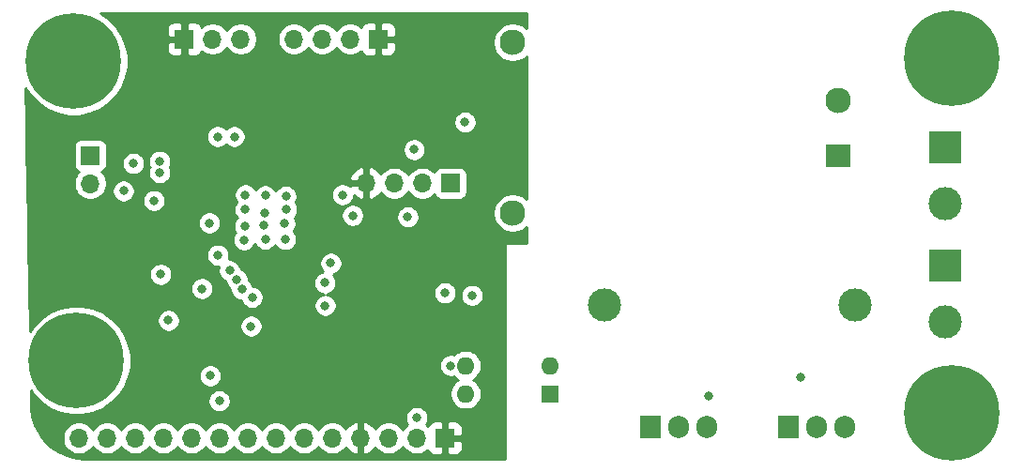
<source format=gbr>
%TF.GenerationSoftware,KiCad,Pcbnew,5.1.9*%
%TF.CreationDate,2021-04-07T12:29:47+02:00*%
%TF.ProjectId,lampa,6c616d70-612e-46b6-9963-61645f706362,rev?*%
%TF.SameCoordinates,Original*%
%TF.FileFunction,Copper,L3,Inr*%
%TF.FilePolarity,Positive*%
%FSLAX46Y46*%
G04 Gerber Fmt 4.6, Leading zero omitted, Abs format (unit mm)*
G04 Created by KiCad (PCBNEW 5.1.9) date 2021-04-07 12:29:47*
%MOMM*%
%LPD*%
G01*
G04 APERTURE LIST*
%TA.AperFunction,ComponentPad*%
%ADD10C,0.900000*%
%TD*%
%TA.AperFunction,ComponentPad*%
%ADD11C,8.600000*%
%TD*%
%TA.AperFunction,ComponentPad*%
%ADD12C,2.300000*%
%TD*%
%TA.AperFunction,ComponentPad*%
%ADD13R,2.300000X2.000000*%
%TD*%
%TA.AperFunction,ComponentPad*%
%ADD14O,1.700000X1.700000*%
%TD*%
%TA.AperFunction,ComponentPad*%
%ADD15R,1.700000X1.700000*%
%TD*%
%TA.AperFunction,ComponentPad*%
%ADD16O,1.600000X1.600000*%
%TD*%
%TA.AperFunction,ComponentPad*%
%ADD17R,1.600000X1.600000*%
%TD*%
%TA.AperFunction,ComponentPad*%
%ADD18O,1.905000X2.000000*%
%TD*%
%TA.AperFunction,ComponentPad*%
%ADD19R,1.905000X2.000000*%
%TD*%
%TA.AperFunction,ComponentPad*%
%ADD20C,3.000000*%
%TD*%
%TA.AperFunction,ComponentPad*%
%ADD21R,3.000000X3.000000*%
%TD*%
%TA.AperFunction,ViaPad*%
%ADD22C,0.800000*%
%TD*%
%TA.AperFunction,Conductor*%
%ADD23C,0.254000*%
%TD*%
%TA.AperFunction,Conductor*%
%ADD24C,0.100000*%
%TD*%
G04 APERTURE END LIST*
D10*
%TO.N,GND*%
%TO.C,H1*%
X191530419Y-65469581D03*
X189250000Y-64525000D03*
X186969581Y-65469581D03*
X186025000Y-67750000D03*
X186969581Y-70030419D03*
X189250000Y-70975000D03*
X191530419Y-70030419D03*
X192475000Y-67750000D03*
D11*
X189250000Y-67750000D03*
%TD*%
D10*
%TO.N,GND*%
%TO.C,H2*%
X191530419Y-97469581D03*
X189250000Y-96525000D03*
X186969581Y-97469581D03*
X186025000Y-99750000D03*
X186969581Y-102030419D03*
X189250000Y-102975000D03*
X191530419Y-102030419D03*
X192475000Y-99750000D03*
D11*
X189250000Y-99750000D03*
%TD*%
D12*
%TO.N,GND*%
%TO.C,PS1*%
X149600000Y-66300000D03*
%TO.N,Net-(J1-Pad1)*%
X179000000Y-71500000D03*
D13*
%TO.N,Net-(F1-Pad2)*%
X179000000Y-76500000D03*
D12*
%TO.N,+12V*%
X149600000Y-81700000D03*
%TD*%
D14*
%TO.N,BME_SDA*%
%TO.C,J5*%
X129880000Y-66000000D03*
%TO.N,BME_SCL*%
X132420000Y-66000000D03*
%TO.N,GND*%
X134960000Y-66000000D03*
D15*
%TO.N,+3V3*%
X137500000Y-66000000D03*
%TD*%
D16*
%TO.N,ZERO_CROSS_DETECT*%
%TO.C,U2*%
X145380000Y-98000000D03*
%TO.N,Net-(R3-Pad2)*%
X153000000Y-95460000D03*
%TO.N,GND*%
X145380000Y-95460000D03*
D17*
%TO.N,Net-(R2-Pad2)*%
X153000000Y-98000000D03*
%TD*%
D14*
%TO.N,GND*%
%TO.C,SW2*%
X125080000Y-66000000D03*
%TO.N,Net-(R11-Pad1)*%
X122540000Y-66000000D03*
D15*
%TO.N,+3V3*%
X120000000Y-66000000D03*
%TD*%
D14*
%TO.N,NRST*%
%TO.C,SW1*%
X111500000Y-79040000D03*
D15*
%TO.N,GND*%
X111500000Y-76500000D03*
%TD*%
D18*
%TO.N,GND*%
%TO.C,Q2*%
X167080000Y-101000000D03*
%TO.N,Net-(J1-Pad1)*%
X164540000Y-101000000D03*
D19*
%TO.N,Net-(Q1-Pad1)*%
X162000000Y-101000000D03*
%TD*%
D18*
%TO.N,GND*%
%TO.C,Q1*%
X179580000Y-101000000D03*
%TO.N,Net-(J2-Pad2)*%
X177040000Y-101000000D03*
D19*
%TO.N,Net-(Q1-Pad1)*%
X174500000Y-101000000D03*
%TD*%
D14*
%TO.N,+3V3*%
%TO.C,J4*%
X136380000Y-79000000D03*
%TO.N,SWDIO*%
X138920000Y-79000000D03*
%TO.N,SWCLK*%
X141460000Y-79000000D03*
D15*
%TO.N,GND*%
X144000000Y-79000000D03*
%TD*%
D14*
%TO.N,TOUCH_IRQ*%
%TO.C,J3*%
X110480000Y-102000000D03*
%TO.N,TOUCH_MISO*%
X113020000Y-102000000D03*
%TO.N,TOUCH_MOSI*%
X115560000Y-102000000D03*
%TO.N,TOUCH_CS*%
X118100000Y-102000000D03*
%TO.N,TOUCH_CLK*%
X120640000Y-102000000D03*
%TO.N,Net-(J3-Pad9)*%
X123180000Y-102000000D03*
%TO.N,Net-(J3-Pad8)*%
X125720000Y-102000000D03*
%TO.N,LCD_CLK*%
X128260000Y-102000000D03*
%TO.N,LCD_MOSI*%
X130800000Y-102000000D03*
%TO.N,LCD_DC*%
X133340000Y-102000000D03*
%TO.N,+3V3*%
X135880000Y-102000000D03*
%TO.N,LCD_CS*%
X138420000Y-102000000D03*
%TO.N,GND*%
X140960000Y-102000000D03*
D15*
%TO.N,+3V3*%
X143500000Y-102000000D03*
%TD*%
D20*
%TO.N,Net-(J2-Pad2)*%
%TO.C,J2*%
X188620000Y-91480000D03*
D21*
%TO.N,Net-(F1-Pad2)*%
X188620000Y-86400000D03*
%TD*%
D20*
%TO.N,Net-(F1-Pad1)*%
%TO.C,J1*%
X188620000Y-80812000D03*
D21*
%TO.N,Net-(J1-Pad1)*%
X188620000Y-75732000D03*
%TD*%
D10*
%TO.N,GND*%
%TO.C,H4*%
X112530419Y-92719581D03*
X110250000Y-91775000D03*
X107969581Y-92719581D03*
X107025000Y-95000000D03*
X107969581Y-97280419D03*
X110250000Y-98225000D03*
X112530419Y-97280419D03*
X113475000Y-95000000D03*
D11*
X110250000Y-95000000D03*
%TD*%
D10*
%TO.N,GND*%
%TO.C,H3*%
X112280419Y-65719581D03*
X110000000Y-64775000D03*
X107719581Y-65719581D03*
X106775000Y-68000000D03*
X107719581Y-70280419D03*
X110000000Y-71225000D03*
X112280419Y-70280419D03*
X113225000Y-68000000D03*
D11*
X110000000Y-68000000D03*
%TD*%
D20*
%TO.N,Net-(F1-Pad2)*%
%TO.C,F1*%
X157900000Y-90000000D03*
%TO.N,Net-(F1-Pad1)*%
X180500000Y-90000000D03*
%TD*%
D22*
%TO.N,GND*%
X127300000Y-84050000D03*
X129050000Y-82650000D03*
X127125000Y-82800000D03*
X125450000Y-82900000D03*
X125475000Y-81400000D03*
X127225000Y-81700000D03*
X129200000Y-81375000D03*
X129150000Y-80175000D03*
X127300000Y-80125000D03*
X125500000Y-80050000D03*
X125375000Y-84125000D03*
X129100000Y-84075000D03*
X145300000Y-73500000D03*
X140725000Y-75975000D03*
X117250000Y-80575000D03*
X115400000Y-77225000D03*
X117775000Y-77025000D03*
X117775000Y-78050000D03*
X124500000Y-74800000D03*
X123000000Y-74800000D03*
X140150000Y-82050000D03*
X133200000Y-86225000D03*
X132675000Y-88000000D03*
X132700000Y-90050000D03*
X117850000Y-87225000D03*
X121575000Y-88525000D03*
X143500000Y-88900000D03*
X145950000Y-89125000D03*
X140960000Y-100165000D03*
X144015000Y-95460000D03*
X167262500Y-98237500D03*
X175600000Y-96500000D03*
X134250000Y-80050000D03*
X126000000Y-91900000D03*
%TO.N,+3V3*%
X139375000Y-85525000D03*
X132925000Y-72625000D03*
X142050000Y-72525000D03*
X134425000Y-74825000D03*
X118225000Y-70075000D03*
X133250000Y-84850000D03*
X119250000Y-88500000D03*
X133525000Y-78300000D03*
X132475000Y-78275000D03*
X123775000Y-77050000D03*
X134350000Y-70125000D03*
X131200000Y-72000000D03*
X126000000Y-71300000D03*
X119900000Y-92400000D03*
%TO.N,NRST*%
X114500000Y-79700000D03*
X122250000Y-82600000D03*
%TO.N,TOUCH_IRQ*%
X118550000Y-91375000D03*
X123025000Y-85500000D03*
%TO.N,TOUCH_MISO*%
X125175000Y-88575000D03*
X122325000Y-96375000D03*
%TO.N,TOUCH_MOSI*%
X126100000Y-89300000D03*
X123150000Y-98650000D03*
%TO.N,TOUCH_CS*%
X124075000Y-86900000D03*
%TO.N,TOUCH_CLK*%
X124725000Y-87675000D03*
%TO.N,LCD_MOSI*%
X135175000Y-81925000D03*
%TD*%
D23*
%TO.N,+3V3*%
X150873000Y-65048629D02*
X150737871Y-64913500D01*
X150445515Y-64718153D01*
X150120665Y-64583596D01*
X149775807Y-64515000D01*
X149424193Y-64515000D01*
X149079335Y-64583596D01*
X148754485Y-64718153D01*
X148462129Y-64913500D01*
X148213500Y-65162129D01*
X148018153Y-65454485D01*
X147883596Y-65779335D01*
X147815000Y-66124193D01*
X147815000Y-66475807D01*
X147883596Y-66820665D01*
X148018153Y-67145515D01*
X148213500Y-67437871D01*
X148462129Y-67686500D01*
X148754485Y-67881847D01*
X149079335Y-68016404D01*
X149424193Y-68085000D01*
X149775807Y-68085000D01*
X150120665Y-68016404D01*
X150445515Y-67881847D01*
X150737871Y-67686500D01*
X150873000Y-67551371D01*
X150873000Y-80448629D01*
X150737871Y-80313500D01*
X150445515Y-80118153D01*
X150120665Y-79983596D01*
X149775807Y-79915000D01*
X149424193Y-79915000D01*
X149079335Y-79983596D01*
X148754485Y-80118153D01*
X148462129Y-80313500D01*
X148213500Y-80562129D01*
X148018153Y-80854485D01*
X147883596Y-81179335D01*
X147815000Y-81524193D01*
X147815000Y-81875807D01*
X147883596Y-82220665D01*
X148018153Y-82545515D01*
X148213500Y-82837871D01*
X148462129Y-83086500D01*
X148754485Y-83281847D01*
X149079335Y-83416404D01*
X149424193Y-83485000D01*
X149775807Y-83485000D01*
X150120665Y-83416404D01*
X150445515Y-83281847D01*
X150737871Y-83086500D01*
X150873000Y-82951371D01*
X150873000Y-84373000D01*
X149000000Y-84373000D01*
X148975224Y-84375440D01*
X148951399Y-84382667D01*
X148929443Y-84394403D01*
X148910197Y-84410197D01*
X148894403Y-84429443D01*
X148882667Y-84451399D01*
X148875440Y-84475224D01*
X148873000Y-84500000D01*
X148873000Y-103840000D01*
X111027952Y-103840000D01*
X110184909Y-103768467D01*
X109393128Y-103562961D01*
X108647291Y-103226985D01*
X107968722Y-102770146D01*
X107376832Y-102205510D01*
X107115108Y-101853740D01*
X108995000Y-101853740D01*
X108995000Y-102146260D01*
X109052068Y-102433158D01*
X109164010Y-102703411D01*
X109326525Y-102946632D01*
X109533368Y-103153475D01*
X109776589Y-103315990D01*
X110046842Y-103427932D01*
X110333740Y-103485000D01*
X110626260Y-103485000D01*
X110913158Y-103427932D01*
X111183411Y-103315990D01*
X111426632Y-103153475D01*
X111633475Y-102946632D01*
X111750000Y-102772240D01*
X111866525Y-102946632D01*
X112073368Y-103153475D01*
X112316589Y-103315990D01*
X112586842Y-103427932D01*
X112873740Y-103485000D01*
X113166260Y-103485000D01*
X113453158Y-103427932D01*
X113723411Y-103315990D01*
X113966632Y-103153475D01*
X114173475Y-102946632D01*
X114290000Y-102772240D01*
X114406525Y-102946632D01*
X114613368Y-103153475D01*
X114856589Y-103315990D01*
X115126842Y-103427932D01*
X115413740Y-103485000D01*
X115706260Y-103485000D01*
X115993158Y-103427932D01*
X116263411Y-103315990D01*
X116506632Y-103153475D01*
X116713475Y-102946632D01*
X116830000Y-102772240D01*
X116946525Y-102946632D01*
X117153368Y-103153475D01*
X117396589Y-103315990D01*
X117666842Y-103427932D01*
X117953740Y-103485000D01*
X118246260Y-103485000D01*
X118533158Y-103427932D01*
X118803411Y-103315990D01*
X119046632Y-103153475D01*
X119253475Y-102946632D01*
X119370000Y-102772240D01*
X119486525Y-102946632D01*
X119693368Y-103153475D01*
X119936589Y-103315990D01*
X120206842Y-103427932D01*
X120493740Y-103485000D01*
X120786260Y-103485000D01*
X121073158Y-103427932D01*
X121343411Y-103315990D01*
X121586632Y-103153475D01*
X121793475Y-102946632D01*
X121910000Y-102772240D01*
X122026525Y-102946632D01*
X122233368Y-103153475D01*
X122476589Y-103315990D01*
X122746842Y-103427932D01*
X123033740Y-103485000D01*
X123326260Y-103485000D01*
X123613158Y-103427932D01*
X123883411Y-103315990D01*
X124126632Y-103153475D01*
X124333475Y-102946632D01*
X124450000Y-102772240D01*
X124566525Y-102946632D01*
X124773368Y-103153475D01*
X125016589Y-103315990D01*
X125286842Y-103427932D01*
X125573740Y-103485000D01*
X125866260Y-103485000D01*
X126153158Y-103427932D01*
X126423411Y-103315990D01*
X126666632Y-103153475D01*
X126873475Y-102946632D01*
X126990000Y-102772240D01*
X127106525Y-102946632D01*
X127313368Y-103153475D01*
X127556589Y-103315990D01*
X127826842Y-103427932D01*
X128113740Y-103485000D01*
X128406260Y-103485000D01*
X128693158Y-103427932D01*
X128963411Y-103315990D01*
X129206632Y-103153475D01*
X129413475Y-102946632D01*
X129530000Y-102772240D01*
X129646525Y-102946632D01*
X129853368Y-103153475D01*
X130096589Y-103315990D01*
X130366842Y-103427932D01*
X130653740Y-103485000D01*
X130946260Y-103485000D01*
X131233158Y-103427932D01*
X131503411Y-103315990D01*
X131746632Y-103153475D01*
X131953475Y-102946632D01*
X132070000Y-102772240D01*
X132186525Y-102946632D01*
X132393368Y-103153475D01*
X132636589Y-103315990D01*
X132906842Y-103427932D01*
X133193740Y-103485000D01*
X133486260Y-103485000D01*
X133773158Y-103427932D01*
X134043411Y-103315990D01*
X134286632Y-103153475D01*
X134493475Y-102946632D01*
X134559355Y-102848035D01*
X134633889Y-102966516D01*
X134846391Y-103191049D01*
X135098614Y-103369810D01*
X135380865Y-103495930D01*
X135463922Y-103521121D01*
X135707000Y-103384483D01*
X135707000Y-102173000D01*
X135687000Y-102173000D01*
X135687000Y-101827000D01*
X135707000Y-101827000D01*
X135707000Y-100615517D01*
X136053000Y-100615517D01*
X136053000Y-101827000D01*
X136073000Y-101827000D01*
X136073000Y-102173000D01*
X136053000Y-102173000D01*
X136053000Y-103384483D01*
X136296078Y-103521121D01*
X136379135Y-103495930D01*
X136661386Y-103369810D01*
X136913609Y-103191049D01*
X137126111Y-102966516D01*
X137200645Y-102848035D01*
X137266525Y-102946632D01*
X137473368Y-103153475D01*
X137716589Y-103315990D01*
X137986842Y-103427932D01*
X138273740Y-103485000D01*
X138566260Y-103485000D01*
X138853158Y-103427932D01*
X139123411Y-103315990D01*
X139366632Y-103153475D01*
X139573475Y-102946632D01*
X139690000Y-102772240D01*
X139806525Y-102946632D01*
X140013368Y-103153475D01*
X140256589Y-103315990D01*
X140526842Y-103427932D01*
X140813740Y-103485000D01*
X141106260Y-103485000D01*
X141393158Y-103427932D01*
X141663411Y-103315990D01*
X141906632Y-103153475D01*
X141964723Y-103095384D01*
X141975089Y-103129557D01*
X142042596Y-103255854D01*
X142133446Y-103366554D01*
X142244146Y-103457404D01*
X142370443Y-103524911D01*
X142507483Y-103566481D01*
X142650000Y-103580518D01*
X143145250Y-103577000D01*
X143327000Y-103395250D01*
X143327000Y-102173000D01*
X143673000Y-102173000D01*
X143673000Y-103395250D01*
X143854750Y-103577000D01*
X144350000Y-103580518D01*
X144492517Y-103566481D01*
X144629557Y-103524911D01*
X144755854Y-103457404D01*
X144866554Y-103366554D01*
X144957404Y-103255854D01*
X145024911Y-103129557D01*
X145066481Y-102992517D01*
X145080518Y-102850000D01*
X145077000Y-102354750D01*
X144895250Y-102173000D01*
X143673000Y-102173000D01*
X143327000Y-102173000D01*
X143307000Y-102173000D01*
X143307000Y-101827000D01*
X143327000Y-101827000D01*
X143327000Y-100604750D01*
X143673000Y-100604750D01*
X143673000Y-101827000D01*
X144895250Y-101827000D01*
X145077000Y-101645250D01*
X145080518Y-101150000D01*
X145066481Y-101007483D01*
X145024911Y-100870443D01*
X144957404Y-100744146D01*
X144866554Y-100633446D01*
X144755854Y-100542596D01*
X144629557Y-100475089D01*
X144492517Y-100433519D01*
X144350000Y-100419482D01*
X143854750Y-100423000D01*
X143673000Y-100604750D01*
X143327000Y-100604750D01*
X143145250Y-100423000D01*
X142650000Y-100419482D01*
X142507483Y-100433519D01*
X142370443Y-100475089D01*
X142244146Y-100542596D01*
X142133446Y-100633446D01*
X142042596Y-100744146D01*
X141975089Y-100870443D01*
X141964723Y-100904616D01*
X141906632Y-100846525D01*
X141797933Y-100773895D01*
X141877205Y-100655256D01*
X141955226Y-100466898D01*
X141995000Y-100266939D01*
X141995000Y-100063061D01*
X141955226Y-99863102D01*
X141877205Y-99674744D01*
X141763937Y-99505226D01*
X141619774Y-99361063D01*
X141450256Y-99247795D01*
X141261898Y-99169774D01*
X141061939Y-99130000D01*
X140858061Y-99130000D01*
X140658102Y-99169774D01*
X140469744Y-99247795D01*
X140300226Y-99361063D01*
X140156063Y-99505226D01*
X140042795Y-99674744D01*
X139964774Y-99863102D01*
X139925000Y-100063061D01*
X139925000Y-100266939D01*
X139964774Y-100466898D01*
X140042795Y-100655256D01*
X140122067Y-100773895D01*
X140013368Y-100846525D01*
X139806525Y-101053368D01*
X139690000Y-101227760D01*
X139573475Y-101053368D01*
X139366632Y-100846525D01*
X139123411Y-100684010D01*
X138853158Y-100572068D01*
X138566260Y-100515000D01*
X138273740Y-100515000D01*
X137986842Y-100572068D01*
X137716589Y-100684010D01*
X137473368Y-100846525D01*
X137266525Y-101053368D01*
X137200645Y-101151965D01*
X137126111Y-101033484D01*
X136913609Y-100808951D01*
X136661386Y-100630190D01*
X136379135Y-100504070D01*
X136296078Y-100478879D01*
X136053000Y-100615517D01*
X135707000Y-100615517D01*
X135463922Y-100478879D01*
X135380865Y-100504070D01*
X135098614Y-100630190D01*
X134846391Y-100808951D01*
X134633889Y-101033484D01*
X134559355Y-101151965D01*
X134493475Y-101053368D01*
X134286632Y-100846525D01*
X134043411Y-100684010D01*
X133773158Y-100572068D01*
X133486260Y-100515000D01*
X133193740Y-100515000D01*
X132906842Y-100572068D01*
X132636589Y-100684010D01*
X132393368Y-100846525D01*
X132186525Y-101053368D01*
X132070000Y-101227760D01*
X131953475Y-101053368D01*
X131746632Y-100846525D01*
X131503411Y-100684010D01*
X131233158Y-100572068D01*
X130946260Y-100515000D01*
X130653740Y-100515000D01*
X130366842Y-100572068D01*
X130096589Y-100684010D01*
X129853368Y-100846525D01*
X129646525Y-101053368D01*
X129530000Y-101227760D01*
X129413475Y-101053368D01*
X129206632Y-100846525D01*
X128963411Y-100684010D01*
X128693158Y-100572068D01*
X128406260Y-100515000D01*
X128113740Y-100515000D01*
X127826842Y-100572068D01*
X127556589Y-100684010D01*
X127313368Y-100846525D01*
X127106525Y-101053368D01*
X126990000Y-101227760D01*
X126873475Y-101053368D01*
X126666632Y-100846525D01*
X126423411Y-100684010D01*
X126153158Y-100572068D01*
X125866260Y-100515000D01*
X125573740Y-100515000D01*
X125286842Y-100572068D01*
X125016589Y-100684010D01*
X124773368Y-100846525D01*
X124566525Y-101053368D01*
X124450000Y-101227760D01*
X124333475Y-101053368D01*
X124126632Y-100846525D01*
X123883411Y-100684010D01*
X123613158Y-100572068D01*
X123326260Y-100515000D01*
X123033740Y-100515000D01*
X122746842Y-100572068D01*
X122476589Y-100684010D01*
X122233368Y-100846525D01*
X122026525Y-101053368D01*
X121910000Y-101227760D01*
X121793475Y-101053368D01*
X121586632Y-100846525D01*
X121343411Y-100684010D01*
X121073158Y-100572068D01*
X120786260Y-100515000D01*
X120493740Y-100515000D01*
X120206842Y-100572068D01*
X119936589Y-100684010D01*
X119693368Y-100846525D01*
X119486525Y-101053368D01*
X119370000Y-101227760D01*
X119253475Y-101053368D01*
X119046632Y-100846525D01*
X118803411Y-100684010D01*
X118533158Y-100572068D01*
X118246260Y-100515000D01*
X117953740Y-100515000D01*
X117666842Y-100572068D01*
X117396589Y-100684010D01*
X117153368Y-100846525D01*
X116946525Y-101053368D01*
X116830000Y-101227760D01*
X116713475Y-101053368D01*
X116506632Y-100846525D01*
X116263411Y-100684010D01*
X115993158Y-100572068D01*
X115706260Y-100515000D01*
X115413740Y-100515000D01*
X115126842Y-100572068D01*
X114856589Y-100684010D01*
X114613368Y-100846525D01*
X114406525Y-101053368D01*
X114290000Y-101227760D01*
X114173475Y-101053368D01*
X113966632Y-100846525D01*
X113723411Y-100684010D01*
X113453158Y-100572068D01*
X113166260Y-100515000D01*
X112873740Y-100515000D01*
X112586842Y-100572068D01*
X112316589Y-100684010D01*
X112073368Y-100846525D01*
X111866525Y-101053368D01*
X111750000Y-101227760D01*
X111633475Y-101053368D01*
X111426632Y-100846525D01*
X111183411Y-100684010D01*
X110913158Y-100572068D01*
X110626260Y-100515000D01*
X110333740Y-100515000D01*
X110046842Y-100572068D01*
X109776589Y-100684010D01*
X109533368Y-100846525D01*
X109326525Y-101053368D01*
X109164010Y-101296589D01*
X109052068Y-101566842D01*
X108995000Y-101853740D01*
X107115108Y-101853740D01*
X106888535Y-101549216D01*
X106517799Y-100820032D01*
X106275221Y-100038807D01*
X106165081Y-99207805D01*
X106159870Y-98986687D01*
X106139279Y-97730636D01*
X106416735Y-98145879D01*
X107104121Y-98833265D01*
X107912401Y-99373340D01*
X108810514Y-99745350D01*
X109763945Y-99935000D01*
X110736055Y-99935000D01*
X111689486Y-99745350D01*
X112587599Y-99373340D01*
X113395879Y-98833265D01*
X113681083Y-98548061D01*
X122115000Y-98548061D01*
X122115000Y-98751939D01*
X122154774Y-98951898D01*
X122232795Y-99140256D01*
X122346063Y-99309774D01*
X122490226Y-99453937D01*
X122659744Y-99567205D01*
X122848102Y-99645226D01*
X123048061Y-99685000D01*
X123251939Y-99685000D01*
X123451898Y-99645226D01*
X123640256Y-99567205D01*
X123809774Y-99453937D01*
X123953937Y-99309774D01*
X124067205Y-99140256D01*
X124145226Y-98951898D01*
X124185000Y-98751939D01*
X124185000Y-98548061D01*
X124145226Y-98348102D01*
X124067205Y-98159744D01*
X123953937Y-97990226D01*
X123809774Y-97846063D01*
X123640256Y-97732795D01*
X123451898Y-97654774D01*
X123251939Y-97615000D01*
X123048061Y-97615000D01*
X122848102Y-97654774D01*
X122659744Y-97732795D01*
X122490226Y-97846063D01*
X122346063Y-97990226D01*
X122232795Y-98159744D01*
X122154774Y-98348102D01*
X122115000Y-98548061D01*
X113681083Y-98548061D01*
X114083265Y-98145879D01*
X114623340Y-97337599D01*
X114995350Y-96439486D01*
X115028454Y-96273061D01*
X121290000Y-96273061D01*
X121290000Y-96476939D01*
X121329774Y-96676898D01*
X121407795Y-96865256D01*
X121521063Y-97034774D01*
X121665226Y-97178937D01*
X121834744Y-97292205D01*
X122023102Y-97370226D01*
X122223061Y-97410000D01*
X122426939Y-97410000D01*
X122626898Y-97370226D01*
X122815256Y-97292205D01*
X122984774Y-97178937D01*
X123128937Y-97034774D01*
X123242205Y-96865256D01*
X123320226Y-96676898D01*
X123360000Y-96476939D01*
X123360000Y-96273061D01*
X123320226Y-96073102D01*
X123242205Y-95884744D01*
X123128937Y-95715226D01*
X122984774Y-95571063D01*
X122815256Y-95457795D01*
X122626898Y-95379774D01*
X122517739Y-95358061D01*
X142980000Y-95358061D01*
X142980000Y-95561939D01*
X143019774Y-95761898D01*
X143097795Y-95950256D01*
X143211063Y-96119774D01*
X143355226Y-96263937D01*
X143524744Y-96377205D01*
X143713102Y-96455226D01*
X143913061Y-96495000D01*
X144116939Y-96495000D01*
X144316898Y-96455226D01*
X144337356Y-96446752D01*
X144465241Y-96574637D01*
X144697759Y-96730000D01*
X144465241Y-96885363D01*
X144265363Y-97085241D01*
X144108320Y-97320273D01*
X144000147Y-97581426D01*
X143945000Y-97858665D01*
X143945000Y-98141335D01*
X144000147Y-98418574D01*
X144108320Y-98679727D01*
X144265363Y-98914759D01*
X144465241Y-99114637D01*
X144700273Y-99271680D01*
X144961426Y-99379853D01*
X145238665Y-99435000D01*
X145521335Y-99435000D01*
X145798574Y-99379853D01*
X146059727Y-99271680D01*
X146294759Y-99114637D01*
X146494637Y-98914759D01*
X146651680Y-98679727D01*
X146759853Y-98418574D01*
X146815000Y-98141335D01*
X146815000Y-97858665D01*
X146759853Y-97581426D01*
X146651680Y-97320273D01*
X146494637Y-97085241D01*
X146294759Y-96885363D01*
X146062241Y-96730000D01*
X146294759Y-96574637D01*
X146494637Y-96374759D01*
X146651680Y-96139727D01*
X146759853Y-95878574D01*
X146815000Y-95601335D01*
X146815000Y-95318665D01*
X146759853Y-95041426D01*
X146651680Y-94780273D01*
X146494637Y-94545241D01*
X146294759Y-94345363D01*
X146059727Y-94188320D01*
X145798574Y-94080147D01*
X145521335Y-94025000D01*
X145238665Y-94025000D01*
X144961426Y-94080147D01*
X144700273Y-94188320D01*
X144465241Y-94345363D01*
X144337356Y-94473248D01*
X144316898Y-94464774D01*
X144116939Y-94425000D01*
X143913061Y-94425000D01*
X143713102Y-94464774D01*
X143524744Y-94542795D01*
X143355226Y-94656063D01*
X143211063Y-94800226D01*
X143097795Y-94969744D01*
X143019774Y-95158102D01*
X142980000Y-95358061D01*
X122517739Y-95358061D01*
X122426939Y-95340000D01*
X122223061Y-95340000D01*
X122023102Y-95379774D01*
X121834744Y-95457795D01*
X121665226Y-95571063D01*
X121521063Y-95715226D01*
X121407795Y-95884744D01*
X121329774Y-96073102D01*
X121290000Y-96273061D01*
X115028454Y-96273061D01*
X115185000Y-95486055D01*
X115185000Y-94513945D01*
X114995350Y-93560514D01*
X114623340Y-92662401D01*
X114083265Y-91854121D01*
X113502205Y-91273061D01*
X117515000Y-91273061D01*
X117515000Y-91476939D01*
X117554774Y-91676898D01*
X117632795Y-91865256D01*
X117746063Y-92034774D01*
X117890226Y-92178937D01*
X118059744Y-92292205D01*
X118248102Y-92370226D01*
X118448061Y-92410000D01*
X118651939Y-92410000D01*
X118851898Y-92370226D01*
X119040256Y-92292205D01*
X119209774Y-92178937D01*
X119353937Y-92034774D01*
X119467205Y-91865256D01*
X119495038Y-91798061D01*
X124965000Y-91798061D01*
X124965000Y-92001939D01*
X125004774Y-92201898D01*
X125082795Y-92390256D01*
X125196063Y-92559774D01*
X125340226Y-92703937D01*
X125509744Y-92817205D01*
X125698102Y-92895226D01*
X125898061Y-92935000D01*
X126101939Y-92935000D01*
X126301898Y-92895226D01*
X126490256Y-92817205D01*
X126659774Y-92703937D01*
X126803937Y-92559774D01*
X126917205Y-92390256D01*
X126995226Y-92201898D01*
X127035000Y-92001939D01*
X127035000Y-91798061D01*
X126995226Y-91598102D01*
X126917205Y-91409744D01*
X126803937Y-91240226D01*
X126659774Y-91096063D01*
X126490256Y-90982795D01*
X126301898Y-90904774D01*
X126101939Y-90865000D01*
X125898061Y-90865000D01*
X125698102Y-90904774D01*
X125509744Y-90982795D01*
X125340226Y-91096063D01*
X125196063Y-91240226D01*
X125082795Y-91409744D01*
X125004774Y-91598102D01*
X124965000Y-91798061D01*
X119495038Y-91798061D01*
X119545226Y-91676898D01*
X119585000Y-91476939D01*
X119585000Y-91273061D01*
X119545226Y-91073102D01*
X119467205Y-90884744D01*
X119353937Y-90715226D01*
X119209774Y-90571063D01*
X119040256Y-90457795D01*
X118851898Y-90379774D01*
X118651939Y-90340000D01*
X118448061Y-90340000D01*
X118248102Y-90379774D01*
X118059744Y-90457795D01*
X117890226Y-90571063D01*
X117746063Y-90715226D01*
X117632795Y-90884744D01*
X117554774Y-91073102D01*
X117515000Y-91273061D01*
X113502205Y-91273061D01*
X113395879Y-91166735D01*
X112587599Y-90626660D01*
X111689486Y-90254650D01*
X110736055Y-90065000D01*
X109763945Y-90065000D01*
X108810514Y-90254650D01*
X107912401Y-90626660D01*
X107104121Y-91166735D01*
X106416735Y-91854121D01*
X106051894Y-92400145D01*
X105986697Y-88423061D01*
X120540000Y-88423061D01*
X120540000Y-88626939D01*
X120579774Y-88826898D01*
X120657795Y-89015256D01*
X120771063Y-89184774D01*
X120915226Y-89328937D01*
X121084744Y-89442205D01*
X121273102Y-89520226D01*
X121473061Y-89560000D01*
X121676939Y-89560000D01*
X121876898Y-89520226D01*
X122065256Y-89442205D01*
X122234774Y-89328937D01*
X122378937Y-89184774D01*
X122492205Y-89015256D01*
X122570226Y-88826898D01*
X122610000Y-88626939D01*
X122610000Y-88423061D01*
X122570226Y-88223102D01*
X122492205Y-88034744D01*
X122378937Y-87865226D01*
X122234774Y-87721063D01*
X122065256Y-87607795D01*
X121876898Y-87529774D01*
X121676939Y-87490000D01*
X121473061Y-87490000D01*
X121273102Y-87529774D01*
X121084744Y-87607795D01*
X120915226Y-87721063D01*
X120771063Y-87865226D01*
X120657795Y-88034744D01*
X120579774Y-88223102D01*
X120540000Y-88423061D01*
X105986697Y-88423061D01*
X105965385Y-87123061D01*
X116815000Y-87123061D01*
X116815000Y-87326939D01*
X116854774Y-87526898D01*
X116932795Y-87715256D01*
X117046063Y-87884774D01*
X117190226Y-88028937D01*
X117359744Y-88142205D01*
X117548102Y-88220226D01*
X117748061Y-88260000D01*
X117951939Y-88260000D01*
X118151898Y-88220226D01*
X118340256Y-88142205D01*
X118509774Y-88028937D01*
X118653937Y-87884774D01*
X118767205Y-87715256D01*
X118845226Y-87526898D01*
X118885000Y-87326939D01*
X118885000Y-87123061D01*
X118845226Y-86923102D01*
X118767205Y-86734744D01*
X118653937Y-86565226D01*
X118509774Y-86421063D01*
X118340256Y-86307795D01*
X118151898Y-86229774D01*
X117951939Y-86190000D01*
X117748061Y-86190000D01*
X117548102Y-86229774D01*
X117359744Y-86307795D01*
X117190226Y-86421063D01*
X117046063Y-86565226D01*
X116932795Y-86734744D01*
X116854774Y-86923102D01*
X116815000Y-87123061D01*
X105965385Y-87123061D01*
X105937107Y-85398061D01*
X121990000Y-85398061D01*
X121990000Y-85601939D01*
X122029774Y-85801898D01*
X122107795Y-85990256D01*
X122221063Y-86159774D01*
X122365226Y-86303937D01*
X122534744Y-86417205D01*
X122723102Y-86495226D01*
X122923061Y-86535000D01*
X123105912Y-86535000D01*
X123079774Y-86598102D01*
X123040000Y-86798061D01*
X123040000Y-87001939D01*
X123079774Y-87201898D01*
X123157795Y-87390256D01*
X123271063Y-87559774D01*
X123415226Y-87703937D01*
X123584744Y-87817205D01*
X123708179Y-87868334D01*
X123729774Y-87976898D01*
X123807795Y-88165256D01*
X123921063Y-88334774D01*
X124065226Y-88478937D01*
X124140000Y-88528899D01*
X124140000Y-88676939D01*
X124179774Y-88876898D01*
X124257795Y-89065256D01*
X124371063Y-89234774D01*
X124515226Y-89378937D01*
X124684744Y-89492205D01*
X124873102Y-89570226D01*
X125073061Y-89610000D01*
X125108130Y-89610000D01*
X125182795Y-89790256D01*
X125296063Y-89959774D01*
X125440226Y-90103937D01*
X125609744Y-90217205D01*
X125798102Y-90295226D01*
X125998061Y-90335000D01*
X126201939Y-90335000D01*
X126401898Y-90295226D01*
X126590256Y-90217205D01*
X126759774Y-90103937D01*
X126903937Y-89959774D01*
X127017205Y-89790256D01*
X127095226Y-89601898D01*
X127135000Y-89401939D01*
X127135000Y-89198061D01*
X127095226Y-88998102D01*
X127017205Y-88809744D01*
X126903937Y-88640226D01*
X126759774Y-88496063D01*
X126590256Y-88382795D01*
X126401898Y-88304774D01*
X126201939Y-88265000D01*
X126166870Y-88265000D01*
X126092205Y-88084744D01*
X125978937Y-87915226D01*
X125961772Y-87898061D01*
X131640000Y-87898061D01*
X131640000Y-88101939D01*
X131679774Y-88301898D01*
X131757795Y-88490256D01*
X131871063Y-88659774D01*
X132015226Y-88803937D01*
X132184744Y-88917205D01*
X132373102Y-88995226D01*
X132535287Y-89027486D01*
X132398102Y-89054774D01*
X132209744Y-89132795D01*
X132040226Y-89246063D01*
X131896063Y-89390226D01*
X131782795Y-89559744D01*
X131704774Y-89748102D01*
X131665000Y-89948061D01*
X131665000Y-90151939D01*
X131704774Y-90351898D01*
X131782795Y-90540256D01*
X131896063Y-90709774D01*
X132040226Y-90853937D01*
X132209744Y-90967205D01*
X132398102Y-91045226D01*
X132598061Y-91085000D01*
X132801939Y-91085000D01*
X133001898Y-91045226D01*
X133190256Y-90967205D01*
X133359774Y-90853937D01*
X133503937Y-90709774D01*
X133617205Y-90540256D01*
X133695226Y-90351898D01*
X133735000Y-90151939D01*
X133735000Y-89948061D01*
X133695226Y-89748102D01*
X133617205Y-89559744D01*
X133503937Y-89390226D01*
X133359774Y-89246063D01*
X133190256Y-89132795D01*
X133001898Y-89054774D01*
X132839713Y-89022514D01*
X132976898Y-88995226D01*
X133165256Y-88917205D01*
X133334774Y-88803937D01*
X133340650Y-88798061D01*
X142465000Y-88798061D01*
X142465000Y-89001939D01*
X142504774Y-89201898D01*
X142582795Y-89390256D01*
X142696063Y-89559774D01*
X142840226Y-89703937D01*
X143009744Y-89817205D01*
X143198102Y-89895226D01*
X143398061Y-89935000D01*
X143601939Y-89935000D01*
X143801898Y-89895226D01*
X143990256Y-89817205D01*
X144159774Y-89703937D01*
X144303937Y-89559774D01*
X144417205Y-89390256D01*
X144495226Y-89201898D01*
X144530798Y-89023061D01*
X144915000Y-89023061D01*
X144915000Y-89226939D01*
X144954774Y-89426898D01*
X145032795Y-89615256D01*
X145146063Y-89784774D01*
X145290226Y-89928937D01*
X145459744Y-90042205D01*
X145648102Y-90120226D01*
X145848061Y-90160000D01*
X146051939Y-90160000D01*
X146251898Y-90120226D01*
X146440256Y-90042205D01*
X146609774Y-89928937D01*
X146753937Y-89784774D01*
X146867205Y-89615256D01*
X146945226Y-89426898D01*
X146985000Y-89226939D01*
X146985000Y-89023061D01*
X146945226Y-88823102D01*
X146867205Y-88634744D01*
X146753937Y-88465226D01*
X146609774Y-88321063D01*
X146440256Y-88207795D01*
X146251898Y-88129774D01*
X146051939Y-88090000D01*
X145848061Y-88090000D01*
X145648102Y-88129774D01*
X145459744Y-88207795D01*
X145290226Y-88321063D01*
X145146063Y-88465226D01*
X145032795Y-88634744D01*
X144954774Y-88823102D01*
X144915000Y-89023061D01*
X144530798Y-89023061D01*
X144535000Y-89001939D01*
X144535000Y-88798061D01*
X144495226Y-88598102D01*
X144417205Y-88409744D01*
X144303937Y-88240226D01*
X144159774Y-88096063D01*
X143990256Y-87982795D01*
X143801898Y-87904774D01*
X143601939Y-87865000D01*
X143398061Y-87865000D01*
X143198102Y-87904774D01*
X143009744Y-87982795D01*
X142840226Y-88096063D01*
X142696063Y-88240226D01*
X142582795Y-88409744D01*
X142504774Y-88598102D01*
X142465000Y-88798061D01*
X133340650Y-88798061D01*
X133478937Y-88659774D01*
X133592205Y-88490256D01*
X133670226Y-88301898D01*
X133710000Y-88101939D01*
X133710000Y-87898061D01*
X133670226Y-87698102D01*
X133592205Y-87509744D01*
X133478937Y-87340226D01*
X133382656Y-87243945D01*
X133501898Y-87220226D01*
X133690256Y-87142205D01*
X133859774Y-87028937D01*
X134003937Y-86884774D01*
X134117205Y-86715256D01*
X134195226Y-86526898D01*
X134235000Y-86326939D01*
X134235000Y-86123061D01*
X134195226Y-85923102D01*
X134117205Y-85734744D01*
X134003937Y-85565226D01*
X133859774Y-85421063D01*
X133690256Y-85307795D01*
X133501898Y-85229774D01*
X133301939Y-85190000D01*
X133098061Y-85190000D01*
X132898102Y-85229774D01*
X132709744Y-85307795D01*
X132540226Y-85421063D01*
X132396063Y-85565226D01*
X132282795Y-85734744D01*
X132204774Y-85923102D01*
X132165000Y-86123061D01*
X132165000Y-86326939D01*
X132204774Y-86526898D01*
X132282795Y-86715256D01*
X132396063Y-86884774D01*
X132492344Y-86981055D01*
X132373102Y-87004774D01*
X132184744Y-87082795D01*
X132015226Y-87196063D01*
X131871063Y-87340226D01*
X131757795Y-87509744D01*
X131679774Y-87698102D01*
X131640000Y-87898061D01*
X125961772Y-87898061D01*
X125834774Y-87771063D01*
X125760000Y-87721101D01*
X125760000Y-87573061D01*
X125720226Y-87373102D01*
X125642205Y-87184744D01*
X125528937Y-87015226D01*
X125384774Y-86871063D01*
X125215256Y-86757795D01*
X125091821Y-86706666D01*
X125070226Y-86598102D01*
X124992205Y-86409744D01*
X124878937Y-86240226D01*
X124734774Y-86096063D01*
X124565256Y-85982795D01*
X124376898Y-85904774D01*
X124176939Y-85865000D01*
X123994088Y-85865000D01*
X124020226Y-85801898D01*
X124060000Y-85601939D01*
X124060000Y-85398061D01*
X124020226Y-85198102D01*
X123942205Y-85009744D01*
X123828937Y-84840226D01*
X123684774Y-84696063D01*
X123515256Y-84582795D01*
X123326898Y-84504774D01*
X123126939Y-84465000D01*
X122923061Y-84465000D01*
X122723102Y-84504774D01*
X122534744Y-84582795D01*
X122365226Y-84696063D01*
X122221063Y-84840226D01*
X122107795Y-85009744D01*
X122029774Y-85198102D01*
X121990000Y-85398061D01*
X105937107Y-85398061D01*
X105914567Y-84023061D01*
X124340000Y-84023061D01*
X124340000Y-84226939D01*
X124379774Y-84426898D01*
X124457795Y-84615256D01*
X124571063Y-84784774D01*
X124715226Y-84928937D01*
X124884744Y-85042205D01*
X125073102Y-85120226D01*
X125273061Y-85160000D01*
X125476939Y-85160000D01*
X125676898Y-85120226D01*
X125865256Y-85042205D01*
X126034774Y-84928937D01*
X126178937Y-84784774D01*
X126292205Y-84615256D01*
X126353033Y-84468405D01*
X126382795Y-84540256D01*
X126496063Y-84709774D01*
X126640226Y-84853937D01*
X126809744Y-84967205D01*
X126998102Y-85045226D01*
X127198061Y-85085000D01*
X127401939Y-85085000D01*
X127601898Y-85045226D01*
X127790256Y-84967205D01*
X127959774Y-84853937D01*
X128103937Y-84709774D01*
X128191648Y-84578505D01*
X128296063Y-84734774D01*
X128440226Y-84878937D01*
X128609744Y-84992205D01*
X128798102Y-85070226D01*
X128998061Y-85110000D01*
X129201939Y-85110000D01*
X129401898Y-85070226D01*
X129590256Y-84992205D01*
X129759774Y-84878937D01*
X129903937Y-84734774D01*
X130017205Y-84565256D01*
X130095226Y-84376898D01*
X130135000Y-84176939D01*
X130135000Y-83973061D01*
X130095226Y-83773102D01*
X130017205Y-83584744D01*
X129903937Y-83415226D01*
X129826211Y-83337500D01*
X129853937Y-83309774D01*
X129967205Y-83140256D01*
X130045226Y-82951898D01*
X130085000Y-82751939D01*
X130085000Y-82548061D01*
X130045226Y-82348102D01*
X129967205Y-82159744D01*
X129931862Y-82106849D01*
X130003937Y-82034774D01*
X130117205Y-81865256D01*
X130134682Y-81823061D01*
X134140000Y-81823061D01*
X134140000Y-82026939D01*
X134179774Y-82226898D01*
X134257795Y-82415256D01*
X134371063Y-82584774D01*
X134515226Y-82728937D01*
X134684744Y-82842205D01*
X134873102Y-82920226D01*
X135073061Y-82960000D01*
X135276939Y-82960000D01*
X135476898Y-82920226D01*
X135665256Y-82842205D01*
X135834774Y-82728937D01*
X135978937Y-82584774D01*
X136092205Y-82415256D01*
X136170226Y-82226898D01*
X136210000Y-82026939D01*
X136210000Y-81948061D01*
X139115000Y-81948061D01*
X139115000Y-82151939D01*
X139154774Y-82351898D01*
X139232795Y-82540256D01*
X139346063Y-82709774D01*
X139490226Y-82853937D01*
X139659744Y-82967205D01*
X139848102Y-83045226D01*
X140048061Y-83085000D01*
X140251939Y-83085000D01*
X140451898Y-83045226D01*
X140640256Y-82967205D01*
X140809774Y-82853937D01*
X140953937Y-82709774D01*
X141067205Y-82540256D01*
X141145226Y-82351898D01*
X141185000Y-82151939D01*
X141185000Y-81948061D01*
X141145226Y-81748102D01*
X141067205Y-81559744D01*
X140953937Y-81390226D01*
X140809774Y-81246063D01*
X140640256Y-81132795D01*
X140451898Y-81054774D01*
X140251939Y-81015000D01*
X140048061Y-81015000D01*
X139848102Y-81054774D01*
X139659744Y-81132795D01*
X139490226Y-81246063D01*
X139346063Y-81390226D01*
X139232795Y-81559744D01*
X139154774Y-81748102D01*
X139115000Y-81948061D01*
X136210000Y-81948061D01*
X136210000Y-81823061D01*
X136170226Y-81623102D01*
X136092205Y-81434744D01*
X135978937Y-81265226D01*
X135834774Y-81121063D01*
X135665256Y-81007795D01*
X135476898Y-80929774D01*
X135276939Y-80890000D01*
X135073061Y-80890000D01*
X134873102Y-80929774D01*
X134684744Y-81007795D01*
X134515226Y-81121063D01*
X134371063Y-81265226D01*
X134257795Y-81434744D01*
X134179774Y-81623102D01*
X134140000Y-81823061D01*
X130134682Y-81823061D01*
X130195226Y-81676898D01*
X130235000Y-81476939D01*
X130235000Y-81273061D01*
X130195226Y-81073102D01*
X130117205Y-80884744D01*
X130018877Y-80737585D01*
X130067205Y-80665256D01*
X130145226Y-80476898D01*
X130185000Y-80276939D01*
X130185000Y-80073061D01*
X130160137Y-79948061D01*
X133215000Y-79948061D01*
X133215000Y-80151939D01*
X133254774Y-80351898D01*
X133332795Y-80540256D01*
X133446063Y-80709774D01*
X133590226Y-80853937D01*
X133759744Y-80967205D01*
X133948102Y-81045226D01*
X134148061Y-81085000D01*
X134351939Y-81085000D01*
X134551898Y-81045226D01*
X134740256Y-80967205D01*
X134909774Y-80853937D01*
X135053937Y-80709774D01*
X135167205Y-80540256D01*
X135245226Y-80351898D01*
X135285000Y-80151939D01*
X135285000Y-80126182D01*
X135346391Y-80191049D01*
X135598614Y-80369810D01*
X135880865Y-80495930D01*
X135963922Y-80521121D01*
X136207000Y-80384483D01*
X136207000Y-79173000D01*
X134994262Y-79173000D01*
X134937902Y-79274191D01*
X134909774Y-79246063D01*
X134740256Y-79132795D01*
X134551898Y-79054774D01*
X134351939Y-79015000D01*
X134148061Y-79015000D01*
X133948102Y-79054774D01*
X133759744Y-79132795D01*
X133590226Y-79246063D01*
X133446063Y-79390226D01*
X133332795Y-79559744D01*
X133254774Y-79748102D01*
X133215000Y-79948061D01*
X130160137Y-79948061D01*
X130145226Y-79873102D01*
X130067205Y-79684744D01*
X129953937Y-79515226D01*
X129809774Y-79371063D01*
X129640256Y-79257795D01*
X129451898Y-79179774D01*
X129251939Y-79140000D01*
X129048061Y-79140000D01*
X128848102Y-79179774D01*
X128659744Y-79257795D01*
X128490226Y-79371063D01*
X128346063Y-79515226D01*
X128235956Y-79680013D01*
X128217205Y-79634744D01*
X128103937Y-79465226D01*
X127959774Y-79321063D01*
X127790256Y-79207795D01*
X127601898Y-79129774D01*
X127401939Y-79090000D01*
X127198061Y-79090000D01*
X126998102Y-79129774D01*
X126809744Y-79207795D01*
X126640226Y-79321063D01*
X126496063Y-79465226D01*
X126423214Y-79574252D01*
X126417205Y-79559744D01*
X126303937Y-79390226D01*
X126159774Y-79246063D01*
X125990256Y-79132795D01*
X125801898Y-79054774D01*
X125601939Y-79015000D01*
X125398061Y-79015000D01*
X125198102Y-79054774D01*
X125009744Y-79132795D01*
X124840226Y-79246063D01*
X124696063Y-79390226D01*
X124582795Y-79559744D01*
X124504774Y-79748102D01*
X124465000Y-79948061D01*
X124465000Y-80151939D01*
X124504774Y-80351898D01*
X124582795Y-80540256D01*
X124696063Y-80709774D01*
X124698789Y-80712500D01*
X124671063Y-80740226D01*
X124557795Y-80909744D01*
X124479774Y-81098102D01*
X124440000Y-81298061D01*
X124440000Y-81501939D01*
X124479774Y-81701898D01*
X124557795Y-81890256D01*
X124671063Y-82059774D01*
X124748789Y-82137500D01*
X124646063Y-82240226D01*
X124532795Y-82409744D01*
X124454774Y-82598102D01*
X124415000Y-82798061D01*
X124415000Y-83001939D01*
X124454774Y-83201898D01*
X124532795Y-83390256D01*
X124578152Y-83458137D01*
X124571063Y-83465226D01*
X124457795Y-83634744D01*
X124379774Y-83823102D01*
X124340000Y-84023061D01*
X105914567Y-84023061D01*
X105889566Y-82498061D01*
X121215000Y-82498061D01*
X121215000Y-82701939D01*
X121254774Y-82901898D01*
X121332795Y-83090256D01*
X121446063Y-83259774D01*
X121590226Y-83403937D01*
X121759744Y-83517205D01*
X121948102Y-83595226D01*
X122148061Y-83635000D01*
X122351939Y-83635000D01*
X122551898Y-83595226D01*
X122740256Y-83517205D01*
X122909774Y-83403937D01*
X123053937Y-83259774D01*
X123167205Y-83090256D01*
X123245226Y-82901898D01*
X123285000Y-82701939D01*
X123285000Y-82498061D01*
X123245226Y-82298102D01*
X123167205Y-82109744D01*
X123053937Y-81940226D01*
X122909774Y-81796063D01*
X122740256Y-81682795D01*
X122551898Y-81604774D01*
X122351939Y-81565000D01*
X122148061Y-81565000D01*
X121948102Y-81604774D01*
X121759744Y-81682795D01*
X121590226Y-81796063D01*
X121446063Y-81940226D01*
X121332795Y-82109744D01*
X121254774Y-82298102D01*
X121215000Y-82498061D01*
X105889566Y-82498061D01*
X105777302Y-75650000D01*
X110011928Y-75650000D01*
X110011928Y-77350000D01*
X110024188Y-77474482D01*
X110060498Y-77594180D01*
X110119463Y-77704494D01*
X110198815Y-77801185D01*
X110295506Y-77880537D01*
X110405820Y-77939502D01*
X110478380Y-77961513D01*
X110346525Y-78093368D01*
X110184010Y-78336589D01*
X110072068Y-78606842D01*
X110015000Y-78893740D01*
X110015000Y-79186260D01*
X110072068Y-79473158D01*
X110184010Y-79743411D01*
X110346525Y-79986632D01*
X110553368Y-80193475D01*
X110796589Y-80355990D01*
X111066842Y-80467932D01*
X111353740Y-80525000D01*
X111646260Y-80525000D01*
X111933158Y-80467932D01*
X112203411Y-80355990D01*
X112446632Y-80193475D01*
X112653475Y-79986632D01*
X112815990Y-79743411D01*
X112876195Y-79598061D01*
X113465000Y-79598061D01*
X113465000Y-79801939D01*
X113504774Y-80001898D01*
X113582795Y-80190256D01*
X113696063Y-80359774D01*
X113840226Y-80503937D01*
X114009744Y-80617205D01*
X114198102Y-80695226D01*
X114398061Y-80735000D01*
X114601939Y-80735000D01*
X114801898Y-80695226D01*
X114990256Y-80617205D01*
X115159774Y-80503937D01*
X115190650Y-80473061D01*
X116215000Y-80473061D01*
X116215000Y-80676939D01*
X116254774Y-80876898D01*
X116332795Y-81065256D01*
X116446063Y-81234774D01*
X116590226Y-81378937D01*
X116759744Y-81492205D01*
X116948102Y-81570226D01*
X117148061Y-81610000D01*
X117351939Y-81610000D01*
X117551898Y-81570226D01*
X117740256Y-81492205D01*
X117909774Y-81378937D01*
X118053937Y-81234774D01*
X118167205Y-81065256D01*
X118245226Y-80876898D01*
X118285000Y-80676939D01*
X118285000Y-80473061D01*
X118245226Y-80273102D01*
X118167205Y-80084744D01*
X118053937Y-79915226D01*
X117909774Y-79771063D01*
X117740256Y-79657795D01*
X117551898Y-79579774D01*
X117351939Y-79540000D01*
X117148061Y-79540000D01*
X116948102Y-79579774D01*
X116759744Y-79657795D01*
X116590226Y-79771063D01*
X116446063Y-79915226D01*
X116332795Y-80084744D01*
X116254774Y-80273102D01*
X116215000Y-80473061D01*
X115190650Y-80473061D01*
X115303937Y-80359774D01*
X115417205Y-80190256D01*
X115495226Y-80001898D01*
X115535000Y-79801939D01*
X115535000Y-79598061D01*
X115495226Y-79398102D01*
X115417205Y-79209744D01*
X115303937Y-79040226D01*
X115159774Y-78896063D01*
X114990256Y-78782795D01*
X114801898Y-78704774D01*
X114601939Y-78665000D01*
X114398061Y-78665000D01*
X114198102Y-78704774D01*
X114009744Y-78782795D01*
X113840226Y-78896063D01*
X113696063Y-79040226D01*
X113582795Y-79209744D01*
X113504774Y-79398102D01*
X113465000Y-79598061D01*
X112876195Y-79598061D01*
X112927932Y-79473158D01*
X112985000Y-79186260D01*
X112985000Y-78893740D01*
X112927932Y-78606842D01*
X112815990Y-78336589D01*
X112653475Y-78093368D01*
X112521620Y-77961513D01*
X112594180Y-77939502D01*
X112704494Y-77880537D01*
X112801185Y-77801185D01*
X112880537Y-77704494D01*
X112939502Y-77594180D01*
X112975812Y-77474482D01*
X112988072Y-77350000D01*
X112988072Y-77123061D01*
X114365000Y-77123061D01*
X114365000Y-77326939D01*
X114404774Y-77526898D01*
X114482795Y-77715256D01*
X114596063Y-77884774D01*
X114740226Y-78028937D01*
X114909744Y-78142205D01*
X115098102Y-78220226D01*
X115298061Y-78260000D01*
X115501939Y-78260000D01*
X115701898Y-78220226D01*
X115890256Y-78142205D01*
X116059774Y-78028937D01*
X116203937Y-77884774D01*
X116317205Y-77715256D01*
X116395226Y-77526898D01*
X116435000Y-77326939D01*
X116435000Y-77123061D01*
X116395226Y-76923102D01*
X116395210Y-76923061D01*
X116740000Y-76923061D01*
X116740000Y-77126939D01*
X116779774Y-77326898D01*
X116857795Y-77515256D01*
X116872658Y-77537500D01*
X116857795Y-77559744D01*
X116779774Y-77748102D01*
X116740000Y-77948061D01*
X116740000Y-78151939D01*
X116779774Y-78351898D01*
X116857795Y-78540256D01*
X116971063Y-78709774D01*
X117115226Y-78853937D01*
X117284744Y-78967205D01*
X117473102Y-79045226D01*
X117673061Y-79085000D01*
X117876939Y-79085000D01*
X118076898Y-79045226D01*
X118265256Y-78967205D01*
X118434774Y-78853937D01*
X118578937Y-78709774D01*
X118663029Y-78583921D01*
X134858874Y-78583921D01*
X134994262Y-78827000D01*
X136207000Y-78827000D01*
X136207000Y-77615517D01*
X136553000Y-77615517D01*
X136553000Y-78827000D01*
X136573000Y-78827000D01*
X136573000Y-79173000D01*
X136553000Y-79173000D01*
X136553000Y-80384483D01*
X136796078Y-80521121D01*
X136879135Y-80495930D01*
X137161386Y-80369810D01*
X137413609Y-80191049D01*
X137626111Y-79966516D01*
X137700645Y-79848035D01*
X137766525Y-79946632D01*
X137973368Y-80153475D01*
X138216589Y-80315990D01*
X138486842Y-80427932D01*
X138773740Y-80485000D01*
X139066260Y-80485000D01*
X139353158Y-80427932D01*
X139623411Y-80315990D01*
X139866632Y-80153475D01*
X140073475Y-79946632D01*
X140190000Y-79772240D01*
X140306525Y-79946632D01*
X140513368Y-80153475D01*
X140756589Y-80315990D01*
X141026842Y-80427932D01*
X141313740Y-80485000D01*
X141606260Y-80485000D01*
X141893158Y-80427932D01*
X142163411Y-80315990D01*
X142406632Y-80153475D01*
X142538487Y-80021620D01*
X142560498Y-80094180D01*
X142619463Y-80204494D01*
X142698815Y-80301185D01*
X142795506Y-80380537D01*
X142905820Y-80439502D01*
X143025518Y-80475812D01*
X143150000Y-80488072D01*
X144850000Y-80488072D01*
X144974482Y-80475812D01*
X145094180Y-80439502D01*
X145204494Y-80380537D01*
X145301185Y-80301185D01*
X145380537Y-80204494D01*
X145439502Y-80094180D01*
X145475812Y-79974482D01*
X145488072Y-79850000D01*
X145488072Y-78150000D01*
X145475812Y-78025518D01*
X145439502Y-77905820D01*
X145380537Y-77795506D01*
X145301185Y-77698815D01*
X145204494Y-77619463D01*
X145094180Y-77560498D01*
X144974482Y-77524188D01*
X144850000Y-77511928D01*
X143150000Y-77511928D01*
X143025518Y-77524188D01*
X142905820Y-77560498D01*
X142795506Y-77619463D01*
X142698815Y-77698815D01*
X142619463Y-77795506D01*
X142560498Y-77905820D01*
X142538487Y-77978380D01*
X142406632Y-77846525D01*
X142163411Y-77684010D01*
X141893158Y-77572068D01*
X141606260Y-77515000D01*
X141313740Y-77515000D01*
X141026842Y-77572068D01*
X140756589Y-77684010D01*
X140513368Y-77846525D01*
X140306525Y-78053368D01*
X140190000Y-78227760D01*
X140073475Y-78053368D01*
X139866632Y-77846525D01*
X139623411Y-77684010D01*
X139353158Y-77572068D01*
X139066260Y-77515000D01*
X138773740Y-77515000D01*
X138486842Y-77572068D01*
X138216589Y-77684010D01*
X137973368Y-77846525D01*
X137766525Y-78053368D01*
X137700645Y-78151965D01*
X137626111Y-78033484D01*
X137413609Y-77808951D01*
X137161386Y-77630190D01*
X136879135Y-77504070D01*
X136796078Y-77478879D01*
X136553000Y-77615517D01*
X136207000Y-77615517D01*
X135963922Y-77478879D01*
X135880865Y-77504070D01*
X135598614Y-77630190D01*
X135346391Y-77808951D01*
X135133889Y-78033484D01*
X134969275Y-78295159D01*
X134858874Y-78583921D01*
X118663029Y-78583921D01*
X118692205Y-78540256D01*
X118770226Y-78351898D01*
X118810000Y-78151939D01*
X118810000Y-77948061D01*
X118770226Y-77748102D01*
X118692205Y-77559744D01*
X118677342Y-77537500D01*
X118692205Y-77515256D01*
X118770226Y-77326898D01*
X118810000Y-77126939D01*
X118810000Y-76923061D01*
X118770226Y-76723102D01*
X118692205Y-76534744D01*
X118578937Y-76365226D01*
X118434774Y-76221063D01*
X118265256Y-76107795D01*
X118076898Y-76029774D01*
X117876939Y-75990000D01*
X117673061Y-75990000D01*
X117473102Y-76029774D01*
X117284744Y-76107795D01*
X117115226Y-76221063D01*
X116971063Y-76365226D01*
X116857795Y-76534744D01*
X116779774Y-76723102D01*
X116740000Y-76923061D01*
X116395210Y-76923061D01*
X116317205Y-76734744D01*
X116203937Y-76565226D01*
X116059774Y-76421063D01*
X115890256Y-76307795D01*
X115701898Y-76229774D01*
X115501939Y-76190000D01*
X115298061Y-76190000D01*
X115098102Y-76229774D01*
X114909744Y-76307795D01*
X114740226Y-76421063D01*
X114596063Y-76565226D01*
X114482795Y-76734744D01*
X114404774Y-76923102D01*
X114365000Y-77123061D01*
X112988072Y-77123061D01*
X112988072Y-75873061D01*
X139690000Y-75873061D01*
X139690000Y-76076939D01*
X139729774Y-76276898D01*
X139807795Y-76465256D01*
X139921063Y-76634774D01*
X140065226Y-76778937D01*
X140234744Y-76892205D01*
X140423102Y-76970226D01*
X140623061Y-77010000D01*
X140826939Y-77010000D01*
X141026898Y-76970226D01*
X141215256Y-76892205D01*
X141384774Y-76778937D01*
X141528937Y-76634774D01*
X141642205Y-76465256D01*
X141720226Y-76276898D01*
X141760000Y-76076939D01*
X141760000Y-75873061D01*
X141720226Y-75673102D01*
X141642205Y-75484744D01*
X141528937Y-75315226D01*
X141384774Y-75171063D01*
X141215256Y-75057795D01*
X141026898Y-74979774D01*
X140826939Y-74940000D01*
X140623061Y-74940000D01*
X140423102Y-74979774D01*
X140234744Y-75057795D01*
X140065226Y-75171063D01*
X139921063Y-75315226D01*
X139807795Y-75484744D01*
X139729774Y-75673102D01*
X139690000Y-75873061D01*
X112988072Y-75873061D01*
X112988072Y-75650000D01*
X112975812Y-75525518D01*
X112939502Y-75405820D01*
X112880537Y-75295506D01*
X112801185Y-75198815D01*
X112704494Y-75119463D01*
X112594180Y-75060498D01*
X112474482Y-75024188D01*
X112350000Y-75011928D01*
X110650000Y-75011928D01*
X110525518Y-75024188D01*
X110405820Y-75060498D01*
X110295506Y-75119463D01*
X110198815Y-75198815D01*
X110119463Y-75295506D01*
X110060498Y-75405820D01*
X110024188Y-75525518D01*
X110011928Y-75650000D01*
X105777302Y-75650000D01*
X105761697Y-74698061D01*
X121965000Y-74698061D01*
X121965000Y-74901939D01*
X122004774Y-75101898D01*
X122082795Y-75290256D01*
X122196063Y-75459774D01*
X122340226Y-75603937D01*
X122509744Y-75717205D01*
X122698102Y-75795226D01*
X122898061Y-75835000D01*
X123101939Y-75835000D01*
X123301898Y-75795226D01*
X123490256Y-75717205D01*
X123659774Y-75603937D01*
X123750000Y-75513711D01*
X123840226Y-75603937D01*
X124009744Y-75717205D01*
X124198102Y-75795226D01*
X124398061Y-75835000D01*
X124601939Y-75835000D01*
X124801898Y-75795226D01*
X124990256Y-75717205D01*
X125159774Y-75603937D01*
X125303937Y-75459774D01*
X125417205Y-75290256D01*
X125495226Y-75101898D01*
X125535000Y-74901939D01*
X125535000Y-74698061D01*
X125495226Y-74498102D01*
X125417205Y-74309744D01*
X125303937Y-74140226D01*
X125159774Y-73996063D01*
X124990256Y-73882795D01*
X124801898Y-73804774D01*
X124601939Y-73765000D01*
X124398061Y-73765000D01*
X124198102Y-73804774D01*
X124009744Y-73882795D01*
X123840226Y-73996063D01*
X123750000Y-74086289D01*
X123659774Y-73996063D01*
X123490256Y-73882795D01*
X123301898Y-73804774D01*
X123101939Y-73765000D01*
X122898061Y-73765000D01*
X122698102Y-73804774D01*
X122509744Y-73882795D01*
X122340226Y-73996063D01*
X122196063Y-74140226D01*
X122082795Y-74309744D01*
X122004774Y-74498102D01*
X121965000Y-74698061D01*
X105761697Y-74698061D01*
X105740386Y-73398061D01*
X144265000Y-73398061D01*
X144265000Y-73601939D01*
X144304774Y-73801898D01*
X144382795Y-73990256D01*
X144496063Y-74159774D01*
X144640226Y-74303937D01*
X144809744Y-74417205D01*
X144998102Y-74495226D01*
X145198061Y-74535000D01*
X145401939Y-74535000D01*
X145601898Y-74495226D01*
X145790256Y-74417205D01*
X145959774Y-74303937D01*
X146103937Y-74159774D01*
X146217205Y-73990256D01*
X146295226Y-73801898D01*
X146335000Y-73601939D01*
X146335000Y-73398061D01*
X146295226Y-73198102D01*
X146217205Y-73009744D01*
X146103937Y-72840226D01*
X145959774Y-72696063D01*
X145790256Y-72582795D01*
X145601898Y-72504774D01*
X145401939Y-72465000D01*
X145198061Y-72465000D01*
X144998102Y-72504774D01*
X144809744Y-72582795D01*
X144640226Y-72696063D01*
X144496063Y-72840226D01*
X144382795Y-73009744D01*
X144304774Y-73198102D01*
X144265000Y-73398061D01*
X105740386Y-73398061D01*
X105691811Y-70435104D01*
X106166735Y-71145879D01*
X106854121Y-71833265D01*
X107662401Y-72373340D01*
X108560514Y-72745350D01*
X109513945Y-72935000D01*
X110486055Y-72935000D01*
X111439486Y-72745350D01*
X112337599Y-72373340D01*
X113145879Y-71833265D01*
X113833265Y-71145879D01*
X114373340Y-70337599D01*
X114745350Y-69439486D01*
X114935000Y-68486055D01*
X114935000Y-67513945D01*
X114802933Y-66850000D01*
X118419482Y-66850000D01*
X118433519Y-66992517D01*
X118475089Y-67129557D01*
X118542596Y-67255854D01*
X118633446Y-67366554D01*
X118744146Y-67457404D01*
X118870443Y-67524911D01*
X119007483Y-67566481D01*
X119150000Y-67580518D01*
X119645250Y-67577000D01*
X119827000Y-67395250D01*
X119827000Y-66173000D01*
X118604750Y-66173000D01*
X118423000Y-66354750D01*
X118419482Y-66850000D01*
X114802933Y-66850000D01*
X114745350Y-66560514D01*
X114373340Y-65662401D01*
X114030965Y-65150000D01*
X118419482Y-65150000D01*
X118423000Y-65645250D01*
X118604750Y-65827000D01*
X119827000Y-65827000D01*
X119827000Y-64604750D01*
X120173000Y-64604750D01*
X120173000Y-65827000D01*
X120193000Y-65827000D01*
X120193000Y-66173000D01*
X120173000Y-66173000D01*
X120173000Y-67395250D01*
X120354750Y-67577000D01*
X120850000Y-67580518D01*
X120992517Y-67566481D01*
X121129557Y-67524911D01*
X121255854Y-67457404D01*
X121366554Y-67366554D01*
X121457404Y-67255854D01*
X121524911Y-67129557D01*
X121535277Y-67095384D01*
X121593368Y-67153475D01*
X121836589Y-67315990D01*
X122106842Y-67427932D01*
X122393740Y-67485000D01*
X122686260Y-67485000D01*
X122973158Y-67427932D01*
X123243411Y-67315990D01*
X123486632Y-67153475D01*
X123693475Y-66946632D01*
X123810000Y-66772240D01*
X123926525Y-66946632D01*
X124133368Y-67153475D01*
X124376589Y-67315990D01*
X124646842Y-67427932D01*
X124933740Y-67485000D01*
X125226260Y-67485000D01*
X125513158Y-67427932D01*
X125783411Y-67315990D01*
X126026632Y-67153475D01*
X126233475Y-66946632D01*
X126395990Y-66703411D01*
X126507932Y-66433158D01*
X126565000Y-66146260D01*
X126565000Y-65853740D01*
X128395000Y-65853740D01*
X128395000Y-66146260D01*
X128452068Y-66433158D01*
X128564010Y-66703411D01*
X128726525Y-66946632D01*
X128933368Y-67153475D01*
X129176589Y-67315990D01*
X129446842Y-67427932D01*
X129733740Y-67485000D01*
X130026260Y-67485000D01*
X130313158Y-67427932D01*
X130583411Y-67315990D01*
X130826632Y-67153475D01*
X131033475Y-66946632D01*
X131150000Y-66772240D01*
X131266525Y-66946632D01*
X131473368Y-67153475D01*
X131716589Y-67315990D01*
X131986842Y-67427932D01*
X132273740Y-67485000D01*
X132566260Y-67485000D01*
X132853158Y-67427932D01*
X133123411Y-67315990D01*
X133366632Y-67153475D01*
X133573475Y-66946632D01*
X133690000Y-66772240D01*
X133806525Y-66946632D01*
X134013368Y-67153475D01*
X134256589Y-67315990D01*
X134526842Y-67427932D01*
X134813740Y-67485000D01*
X135106260Y-67485000D01*
X135393158Y-67427932D01*
X135663411Y-67315990D01*
X135906632Y-67153475D01*
X135964723Y-67095384D01*
X135975089Y-67129557D01*
X136042596Y-67255854D01*
X136133446Y-67366554D01*
X136244146Y-67457404D01*
X136370443Y-67524911D01*
X136507483Y-67566481D01*
X136650000Y-67580518D01*
X137145250Y-67577000D01*
X137327000Y-67395250D01*
X137327000Y-66173000D01*
X137673000Y-66173000D01*
X137673000Y-67395250D01*
X137854750Y-67577000D01*
X138350000Y-67580518D01*
X138492517Y-67566481D01*
X138629557Y-67524911D01*
X138755854Y-67457404D01*
X138866554Y-67366554D01*
X138957404Y-67255854D01*
X139024911Y-67129557D01*
X139066481Y-66992517D01*
X139080518Y-66850000D01*
X139077000Y-66354750D01*
X138895250Y-66173000D01*
X137673000Y-66173000D01*
X137327000Y-66173000D01*
X137307000Y-66173000D01*
X137307000Y-65827000D01*
X137327000Y-65827000D01*
X137327000Y-64604750D01*
X137673000Y-64604750D01*
X137673000Y-65827000D01*
X138895250Y-65827000D01*
X139077000Y-65645250D01*
X139080518Y-65150000D01*
X139066481Y-65007483D01*
X139024911Y-64870443D01*
X138957404Y-64744146D01*
X138866554Y-64633446D01*
X138755854Y-64542596D01*
X138629557Y-64475089D01*
X138492517Y-64433519D01*
X138350000Y-64419482D01*
X137854750Y-64423000D01*
X137673000Y-64604750D01*
X137327000Y-64604750D01*
X137145250Y-64423000D01*
X136650000Y-64419482D01*
X136507483Y-64433519D01*
X136370443Y-64475089D01*
X136244146Y-64542596D01*
X136133446Y-64633446D01*
X136042596Y-64744146D01*
X135975089Y-64870443D01*
X135964723Y-64904616D01*
X135906632Y-64846525D01*
X135663411Y-64684010D01*
X135393158Y-64572068D01*
X135106260Y-64515000D01*
X134813740Y-64515000D01*
X134526842Y-64572068D01*
X134256589Y-64684010D01*
X134013368Y-64846525D01*
X133806525Y-65053368D01*
X133690000Y-65227760D01*
X133573475Y-65053368D01*
X133366632Y-64846525D01*
X133123411Y-64684010D01*
X132853158Y-64572068D01*
X132566260Y-64515000D01*
X132273740Y-64515000D01*
X131986842Y-64572068D01*
X131716589Y-64684010D01*
X131473368Y-64846525D01*
X131266525Y-65053368D01*
X131150000Y-65227760D01*
X131033475Y-65053368D01*
X130826632Y-64846525D01*
X130583411Y-64684010D01*
X130313158Y-64572068D01*
X130026260Y-64515000D01*
X129733740Y-64515000D01*
X129446842Y-64572068D01*
X129176589Y-64684010D01*
X128933368Y-64846525D01*
X128726525Y-65053368D01*
X128564010Y-65296589D01*
X128452068Y-65566842D01*
X128395000Y-65853740D01*
X126565000Y-65853740D01*
X126507932Y-65566842D01*
X126395990Y-65296589D01*
X126233475Y-65053368D01*
X126026632Y-64846525D01*
X125783411Y-64684010D01*
X125513158Y-64572068D01*
X125226260Y-64515000D01*
X124933740Y-64515000D01*
X124646842Y-64572068D01*
X124376589Y-64684010D01*
X124133368Y-64846525D01*
X123926525Y-65053368D01*
X123810000Y-65227760D01*
X123693475Y-65053368D01*
X123486632Y-64846525D01*
X123243411Y-64684010D01*
X122973158Y-64572068D01*
X122686260Y-64515000D01*
X122393740Y-64515000D01*
X122106842Y-64572068D01*
X121836589Y-64684010D01*
X121593368Y-64846525D01*
X121535277Y-64904616D01*
X121524911Y-64870443D01*
X121457404Y-64744146D01*
X121366554Y-64633446D01*
X121255854Y-64542596D01*
X121129557Y-64475089D01*
X120992517Y-64433519D01*
X120850000Y-64419482D01*
X120354750Y-64423000D01*
X120173000Y-64604750D01*
X119827000Y-64604750D01*
X119645250Y-64423000D01*
X119150000Y-64419482D01*
X119007483Y-64433519D01*
X118870443Y-64475089D01*
X118744146Y-64542596D01*
X118633446Y-64633446D01*
X118542596Y-64744146D01*
X118475089Y-64870443D01*
X118433519Y-65007483D01*
X118419482Y-65150000D01*
X114030965Y-65150000D01*
X113833265Y-64854121D01*
X113145879Y-64166735D01*
X112387496Y-63660000D01*
X150873000Y-63660000D01*
X150873000Y-65048629D01*
%TA.AperFunction,Conductor*%
D24*
G36*
X150873000Y-65048629D02*
G01*
X150737871Y-64913500D01*
X150445515Y-64718153D01*
X150120665Y-64583596D01*
X149775807Y-64515000D01*
X149424193Y-64515000D01*
X149079335Y-64583596D01*
X148754485Y-64718153D01*
X148462129Y-64913500D01*
X148213500Y-65162129D01*
X148018153Y-65454485D01*
X147883596Y-65779335D01*
X147815000Y-66124193D01*
X147815000Y-66475807D01*
X147883596Y-66820665D01*
X148018153Y-67145515D01*
X148213500Y-67437871D01*
X148462129Y-67686500D01*
X148754485Y-67881847D01*
X149079335Y-68016404D01*
X149424193Y-68085000D01*
X149775807Y-68085000D01*
X150120665Y-68016404D01*
X150445515Y-67881847D01*
X150737871Y-67686500D01*
X150873000Y-67551371D01*
X150873000Y-80448629D01*
X150737871Y-80313500D01*
X150445515Y-80118153D01*
X150120665Y-79983596D01*
X149775807Y-79915000D01*
X149424193Y-79915000D01*
X149079335Y-79983596D01*
X148754485Y-80118153D01*
X148462129Y-80313500D01*
X148213500Y-80562129D01*
X148018153Y-80854485D01*
X147883596Y-81179335D01*
X147815000Y-81524193D01*
X147815000Y-81875807D01*
X147883596Y-82220665D01*
X148018153Y-82545515D01*
X148213500Y-82837871D01*
X148462129Y-83086500D01*
X148754485Y-83281847D01*
X149079335Y-83416404D01*
X149424193Y-83485000D01*
X149775807Y-83485000D01*
X150120665Y-83416404D01*
X150445515Y-83281847D01*
X150737871Y-83086500D01*
X150873000Y-82951371D01*
X150873000Y-84373000D01*
X149000000Y-84373000D01*
X148975224Y-84375440D01*
X148951399Y-84382667D01*
X148929443Y-84394403D01*
X148910197Y-84410197D01*
X148894403Y-84429443D01*
X148882667Y-84451399D01*
X148875440Y-84475224D01*
X148873000Y-84500000D01*
X148873000Y-103840000D01*
X111027952Y-103840000D01*
X110184909Y-103768467D01*
X109393128Y-103562961D01*
X108647291Y-103226985D01*
X107968722Y-102770146D01*
X107376832Y-102205510D01*
X107115108Y-101853740D01*
X108995000Y-101853740D01*
X108995000Y-102146260D01*
X109052068Y-102433158D01*
X109164010Y-102703411D01*
X109326525Y-102946632D01*
X109533368Y-103153475D01*
X109776589Y-103315990D01*
X110046842Y-103427932D01*
X110333740Y-103485000D01*
X110626260Y-103485000D01*
X110913158Y-103427932D01*
X111183411Y-103315990D01*
X111426632Y-103153475D01*
X111633475Y-102946632D01*
X111750000Y-102772240D01*
X111866525Y-102946632D01*
X112073368Y-103153475D01*
X112316589Y-103315990D01*
X112586842Y-103427932D01*
X112873740Y-103485000D01*
X113166260Y-103485000D01*
X113453158Y-103427932D01*
X113723411Y-103315990D01*
X113966632Y-103153475D01*
X114173475Y-102946632D01*
X114290000Y-102772240D01*
X114406525Y-102946632D01*
X114613368Y-103153475D01*
X114856589Y-103315990D01*
X115126842Y-103427932D01*
X115413740Y-103485000D01*
X115706260Y-103485000D01*
X115993158Y-103427932D01*
X116263411Y-103315990D01*
X116506632Y-103153475D01*
X116713475Y-102946632D01*
X116830000Y-102772240D01*
X116946525Y-102946632D01*
X117153368Y-103153475D01*
X117396589Y-103315990D01*
X117666842Y-103427932D01*
X117953740Y-103485000D01*
X118246260Y-103485000D01*
X118533158Y-103427932D01*
X118803411Y-103315990D01*
X119046632Y-103153475D01*
X119253475Y-102946632D01*
X119370000Y-102772240D01*
X119486525Y-102946632D01*
X119693368Y-103153475D01*
X119936589Y-103315990D01*
X120206842Y-103427932D01*
X120493740Y-103485000D01*
X120786260Y-103485000D01*
X121073158Y-103427932D01*
X121343411Y-103315990D01*
X121586632Y-103153475D01*
X121793475Y-102946632D01*
X121910000Y-102772240D01*
X122026525Y-102946632D01*
X122233368Y-103153475D01*
X122476589Y-103315990D01*
X122746842Y-103427932D01*
X123033740Y-103485000D01*
X123326260Y-103485000D01*
X123613158Y-103427932D01*
X123883411Y-103315990D01*
X124126632Y-103153475D01*
X124333475Y-102946632D01*
X124450000Y-102772240D01*
X124566525Y-102946632D01*
X124773368Y-103153475D01*
X125016589Y-103315990D01*
X125286842Y-103427932D01*
X125573740Y-103485000D01*
X125866260Y-103485000D01*
X126153158Y-103427932D01*
X126423411Y-103315990D01*
X126666632Y-103153475D01*
X126873475Y-102946632D01*
X126990000Y-102772240D01*
X127106525Y-102946632D01*
X127313368Y-103153475D01*
X127556589Y-103315990D01*
X127826842Y-103427932D01*
X128113740Y-103485000D01*
X128406260Y-103485000D01*
X128693158Y-103427932D01*
X128963411Y-103315990D01*
X129206632Y-103153475D01*
X129413475Y-102946632D01*
X129530000Y-102772240D01*
X129646525Y-102946632D01*
X129853368Y-103153475D01*
X130096589Y-103315990D01*
X130366842Y-103427932D01*
X130653740Y-103485000D01*
X130946260Y-103485000D01*
X131233158Y-103427932D01*
X131503411Y-103315990D01*
X131746632Y-103153475D01*
X131953475Y-102946632D01*
X132070000Y-102772240D01*
X132186525Y-102946632D01*
X132393368Y-103153475D01*
X132636589Y-103315990D01*
X132906842Y-103427932D01*
X133193740Y-103485000D01*
X133486260Y-103485000D01*
X133773158Y-103427932D01*
X134043411Y-103315990D01*
X134286632Y-103153475D01*
X134493475Y-102946632D01*
X134559355Y-102848035D01*
X134633889Y-102966516D01*
X134846391Y-103191049D01*
X135098614Y-103369810D01*
X135380865Y-103495930D01*
X135463922Y-103521121D01*
X135707000Y-103384483D01*
X135707000Y-102173000D01*
X135687000Y-102173000D01*
X135687000Y-101827000D01*
X135707000Y-101827000D01*
X135707000Y-100615517D01*
X136053000Y-100615517D01*
X136053000Y-101827000D01*
X136073000Y-101827000D01*
X136073000Y-102173000D01*
X136053000Y-102173000D01*
X136053000Y-103384483D01*
X136296078Y-103521121D01*
X136379135Y-103495930D01*
X136661386Y-103369810D01*
X136913609Y-103191049D01*
X137126111Y-102966516D01*
X137200645Y-102848035D01*
X137266525Y-102946632D01*
X137473368Y-103153475D01*
X137716589Y-103315990D01*
X137986842Y-103427932D01*
X138273740Y-103485000D01*
X138566260Y-103485000D01*
X138853158Y-103427932D01*
X139123411Y-103315990D01*
X139366632Y-103153475D01*
X139573475Y-102946632D01*
X139690000Y-102772240D01*
X139806525Y-102946632D01*
X140013368Y-103153475D01*
X140256589Y-103315990D01*
X140526842Y-103427932D01*
X140813740Y-103485000D01*
X141106260Y-103485000D01*
X141393158Y-103427932D01*
X141663411Y-103315990D01*
X141906632Y-103153475D01*
X141964723Y-103095384D01*
X141975089Y-103129557D01*
X142042596Y-103255854D01*
X142133446Y-103366554D01*
X142244146Y-103457404D01*
X142370443Y-103524911D01*
X142507483Y-103566481D01*
X142650000Y-103580518D01*
X143145250Y-103577000D01*
X143327000Y-103395250D01*
X143327000Y-102173000D01*
X143673000Y-102173000D01*
X143673000Y-103395250D01*
X143854750Y-103577000D01*
X144350000Y-103580518D01*
X144492517Y-103566481D01*
X144629557Y-103524911D01*
X144755854Y-103457404D01*
X144866554Y-103366554D01*
X144957404Y-103255854D01*
X145024911Y-103129557D01*
X145066481Y-102992517D01*
X145080518Y-102850000D01*
X145077000Y-102354750D01*
X144895250Y-102173000D01*
X143673000Y-102173000D01*
X143327000Y-102173000D01*
X143307000Y-102173000D01*
X143307000Y-101827000D01*
X143327000Y-101827000D01*
X143327000Y-100604750D01*
X143673000Y-100604750D01*
X143673000Y-101827000D01*
X144895250Y-101827000D01*
X145077000Y-101645250D01*
X145080518Y-101150000D01*
X145066481Y-101007483D01*
X145024911Y-100870443D01*
X144957404Y-100744146D01*
X144866554Y-100633446D01*
X144755854Y-100542596D01*
X144629557Y-100475089D01*
X144492517Y-100433519D01*
X144350000Y-100419482D01*
X143854750Y-100423000D01*
X143673000Y-100604750D01*
X143327000Y-100604750D01*
X143145250Y-100423000D01*
X142650000Y-100419482D01*
X142507483Y-100433519D01*
X142370443Y-100475089D01*
X142244146Y-100542596D01*
X142133446Y-100633446D01*
X142042596Y-100744146D01*
X141975089Y-100870443D01*
X141964723Y-100904616D01*
X141906632Y-100846525D01*
X141797933Y-100773895D01*
X141877205Y-100655256D01*
X141955226Y-100466898D01*
X141995000Y-100266939D01*
X141995000Y-100063061D01*
X141955226Y-99863102D01*
X141877205Y-99674744D01*
X141763937Y-99505226D01*
X141619774Y-99361063D01*
X141450256Y-99247795D01*
X141261898Y-99169774D01*
X141061939Y-99130000D01*
X140858061Y-99130000D01*
X140658102Y-99169774D01*
X140469744Y-99247795D01*
X140300226Y-99361063D01*
X140156063Y-99505226D01*
X140042795Y-99674744D01*
X139964774Y-99863102D01*
X139925000Y-100063061D01*
X139925000Y-100266939D01*
X139964774Y-100466898D01*
X140042795Y-100655256D01*
X140122067Y-100773895D01*
X140013368Y-100846525D01*
X139806525Y-101053368D01*
X139690000Y-101227760D01*
X139573475Y-101053368D01*
X139366632Y-100846525D01*
X139123411Y-100684010D01*
X138853158Y-100572068D01*
X138566260Y-100515000D01*
X138273740Y-100515000D01*
X137986842Y-100572068D01*
X137716589Y-100684010D01*
X137473368Y-100846525D01*
X137266525Y-101053368D01*
X137200645Y-101151965D01*
X137126111Y-101033484D01*
X136913609Y-100808951D01*
X136661386Y-100630190D01*
X136379135Y-100504070D01*
X136296078Y-100478879D01*
X136053000Y-100615517D01*
X135707000Y-100615517D01*
X135463922Y-100478879D01*
X135380865Y-100504070D01*
X135098614Y-100630190D01*
X134846391Y-100808951D01*
X134633889Y-101033484D01*
X134559355Y-101151965D01*
X134493475Y-101053368D01*
X134286632Y-100846525D01*
X134043411Y-100684010D01*
X133773158Y-100572068D01*
X133486260Y-100515000D01*
X133193740Y-100515000D01*
X132906842Y-100572068D01*
X132636589Y-100684010D01*
X132393368Y-100846525D01*
X132186525Y-101053368D01*
X132070000Y-101227760D01*
X131953475Y-101053368D01*
X131746632Y-100846525D01*
X131503411Y-100684010D01*
X131233158Y-100572068D01*
X130946260Y-100515000D01*
X130653740Y-100515000D01*
X130366842Y-100572068D01*
X130096589Y-100684010D01*
X129853368Y-100846525D01*
X129646525Y-101053368D01*
X129530000Y-101227760D01*
X129413475Y-101053368D01*
X129206632Y-100846525D01*
X128963411Y-100684010D01*
X128693158Y-100572068D01*
X128406260Y-100515000D01*
X128113740Y-100515000D01*
X127826842Y-100572068D01*
X127556589Y-100684010D01*
X127313368Y-100846525D01*
X127106525Y-101053368D01*
X126990000Y-101227760D01*
X126873475Y-101053368D01*
X126666632Y-100846525D01*
X126423411Y-100684010D01*
X126153158Y-100572068D01*
X125866260Y-100515000D01*
X125573740Y-100515000D01*
X125286842Y-100572068D01*
X125016589Y-100684010D01*
X124773368Y-100846525D01*
X124566525Y-101053368D01*
X124450000Y-101227760D01*
X124333475Y-101053368D01*
X124126632Y-100846525D01*
X123883411Y-100684010D01*
X123613158Y-100572068D01*
X123326260Y-100515000D01*
X123033740Y-100515000D01*
X122746842Y-100572068D01*
X122476589Y-100684010D01*
X122233368Y-100846525D01*
X122026525Y-101053368D01*
X121910000Y-101227760D01*
X121793475Y-101053368D01*
X121586632Y-100846525D01*
X121343411Y-100684010D01*
X121073158Y-100572068D01*
X120786260Y-100515000D01*
X120493740Y-100515000D01*
X120206842Y-100572068D01*
X119936589Y-100684010D01*
X119693368Y-100846525D01*
X119486525Y-101053368D01*
X119370000Y-101227760D01*
X119253475Y-101053368D01*
X119046632Y-100846525D01*
X118803411Y-100684010D01*
X118533158Y-100572068D01*
X118246260Y-100515000D01*
X117953740Y-100515000D01*
X117666842Y-100572068D01*
X117396589Y-100684010D01*
X117153368Y-100846525D01*
X116946525Y-101053368D01*
X116830000Y-101227760D01*
X116713475Y-101053368D01*
X116506632Y-100846525D01*
X116263411Y-100684010D01*
X115993158Y-100572068D01*
X115706260Y-100515000D01*
X115413740Y-100515000D01*
X115126842Y-100572068D01*
X114856589Y-100684010D01*
X114613368Y-100846525D01*
X114406525Y-101053368D01*
X114290000Y-101227760D01*
X114173475Y-101053368D01*
X113966632Y-100846525D01*
X113723411Y-100684010D01*
X113453158Y-100572068D01*
X113166260Y-100515000D01*
X112873740Y-100515000D01*
X112586842Y-100572068D01*
X112316589Y-100684010D01*
X112073368Y-100846525D01*
X111866525Y-101053368D01*
X111750000Y-101227760D01*
X111633475Y-101053368D01*
X111426632Y-100846525D01*
X111183411Y-100684010D01*
X110913158Y-100572068D01*
X110626260Y-100515000D01*
X110333740Y-100515000D01*
X110046842Y-100572068D01*
X109776589Y-100684010D01*
X109533368Y-100846525D01*
X109326525Y-101053368D01*
X109164010Y-101296589D01*
X109052068Y-101566842D01*
X108995000Y-101853740D01*
X107115108Y-101853740D01*
X106888535Y-101549216D01*
X106517799Y-100820032D01*
X106275221Y-100038807D01*
X106165081Y-99207805D01*
X106159870Y-98986687D01*
X106139279Y-97730636D01*
X106416735Y-98145879D01*
X107104121Y-98833265D01*
X107912401Y-99373340D01*
X108810514Y-99745350D01*
X109763945Y-99935000D01*
X110736055Y-99935000D01*
X111689486Y-99745350D01*
X112587599Y-99373340D01*
X113395879Y-98833265D01*
X113681083Y-98548061D01*
X122115000Y-98548061D01*
X122115000Y-98751939D01*
X122154774Y-98951898D01*
X122232795Y-99140256D01*
X122346063Y-99309774D01*
X122490226Y-99453937D01*
X122659744Y-99567205D01*
X122848102Y-99645226D01*
X123048061Y-99685000D01*
X123251939Y-99685000D01*
X123451898Y-99645226D01*
X123640256Y-99567205D01*
X123809774Y-99453937D01*
X123953937Y-99309774D01*
X124067205Y-99140256D01*
X124145226Y-98951898D01*
X124185000Y-98751939D01*
X124185000Y-98548061D01*
X124145226Y-98348102D01*
X124067205Y-98159744D01*
X123953937Y-97990226D01*
X123809774Y-97846063D01*
X123640256Y-97732795D01*
X123451898Y-97654774D01*
X123251939Y-97615000D01*
X123048061Y-97615000D01*
X122848102Y-97654774D01*
X122659744Y-97732795D01*
X122490226Y-97846063D01*
X122346063Y-97990226D01*
X122232795Y-98159744D01*
X122154774Y-98348102D01*
X122115000Y-98548061D01*
X113681083Y-98548061D01*
X114083265Y-98145879D01*
X114623340Y-97337599D01*
X114995350Y-96439486D01*
X115028454Y-96273061D01*
X121290000Y-96273061D01*
X121290000Y-96476939D01*
X121329774Y-96676898D01*
X121407795Y-96865256D01*
X121521063Y-97034774D01*
X121665226Y-97178937D01*
X121834744Y-97292205D01*
X122023102Y-97370226D01*
X122223061Y-97410000D01*
X122426939Y-97410000D01*
X122626898Y-97370226D01*
X122815256Y-97292205D01*
X122984774Y-97178937D01*
X123128937Y-97034774D01*
X123242205Y-96865256D01*
X123320226Y-96676898D01*
X123360000Y-96476939D01*
X123360000Y-96273061D01*
X123320226Y-96073102D01*
X123242205Y-95884744D01*
X123128937Y-95715226D01*
X122984774Y-95571063D01*
X122815256Y-95457795D01*
X122626898Y-95379774D01*
X122517739Y-95358061D01*
X142980000Y-95358061D01*
X142980000Y-95561939D01*
X143019774Y-95761898D01*
X143097795Y-95950256D01*
X143211063Y-96119774D01*
X143355226Y-96263937D01*
X143524744Y-96377205D01*
X143713102Y-96455226D01*
X143913061Y-96495000D01*
X144116939Y-96495000D01*
X144316898Y-96455226D01*
X144337356Y-96446752D01*
X144465241Y-96574637D01*
X144697759Y-96730000D01*
X144465241Y-96885363D01*
X144265363Y-97085241D01*
X144108320Y-97320273D01*
X144000147Y-97581426D01*
X143945000Y-97858665D01*
X143945000Y-98141335D01*
X144000147Y-98418574D01*
X144108320Y-98679727D01*
X144265363Y-98914759D01*
X144465241Y-99114637D01*
X144700273Y-99271680D01*
X144961426Y-99379853D01*
X145238665Y-99435000D01*
X145521335Y-99435000D01*
X145798574Y-99379853D01*
X146059727Y-99271680D01*
X146294759Y-99114637D01*
X146494637Y-98914759D01*
X146651680Y-98679727D01*
X146759853Y-98418574D01*
X146815000Y-98141335D01*
X146815000Y-97858665D01*
X146759853Y-97581426D01*
X146651680Y-97320273D01*
X146494637Y-97085241D01*
X146294759Y-96885363D01*
X146062241Y-96730000D01*
X146294759Y-96574637D01*
X146494637Y-96374759D01*
X146651680Y-96139727D01*
X146759853Y-95878574D01*
X146815000Y-95601335D01*
X146815000Y-95318665D01*
X146759853Y-95041426D01*
X146651680Y-94780273D01*
X146494637Y-94545241D01*
X146294759Y-94345363D01*
X146059727Y-94188320D01*
X145798574Y-94080147D01*
X145521335Y-94025000D01*
X145238665Y-94025000D01*
X144961426Y-94080147D01*
X144700273Y-94188320D01*
X144465241Y-94345363D01*
X144337356Y-94473248D01*
X144316898Y-94464774D01*
X144116939Y-94425000D01*
X143913061Y-94425000D01*
X143713102Y-94464774D01*
X143524744Y-94542795D01*
X143355226Y-94656063D01*
X143211063Y-94800226D01*
X143097795Y-94969744D01*
X143019774Y-95158102D01*
X142980000Y-95358061D01*
X122517739Y-95358061D01*
X122426939Y-95340000D01*
X122223061Y-95340000D01*
X122023102Y-95379774D01*
X121834744Y-95457795D01*
X121665226Y-95571063D01*
X121521063Y-95715226D01*
X121407795Y-95884744D01*
X121329774Y-96073102D01*
X121290000Y-96273061D01*
X115028454Y-96273061D01*
X115185000Y-95486055D01*
X115185000Y-94513945D01*
X114995350Y-93560514D01*
X114623340Y-92662401D01*
X114083265Y-91854121D01*
X113502205Y-91273061D01*
X117515000Y-91273061D01*
X117515000Y-91476939D01*
X117554774Y-91676898D01*
X117632795Y-91865256D01*
X117746063Y-92034774D01*
X117890226Y-92178937D01*
X118059744Y-92292205D01*
X118248102Y-92370226D01*
X118448061Y-92410000D01*
X118651939Y-92410000D01*
X118851898Y-92370226D01*
X119040256Y-92292205D01*
X119209774Y-92178937D01*
X119353937Y-92034774D01*
X119467205Y-91865256D01*
X119495038Y-91798061D01*
X124965000Y-91798061D01*
X124965000Y-92001939D01*
X125004774Y-92201898D01*
X125082795Y-92390256D01*
X125196063Y-92559774D01*
X125340226Y-92703937D01*
X125509744Y-92817205D01*
X125698102Y-92895226D01*
X125898061Y-92935000D01*
X126101939Y-92935000D01*
X126301898Y-92895226D01*
X126490256Y-92817205D01*
X126659774Y-92703937D01*
X126803937Y-92559774D01*
X126917205Y-92390256D01*
X126995226Y-92201898D01*
X127035000Y-92001939D01*
X127035000Y-91798061D01*
X126995226Y-91598102D01*
X126917205Y-91409744D01*
X126803937Y-91240226D01*
X126659774Y-91096063D01*
X126490256Y-90982795D01*
X126301898Y-90904774D01*
X126101939Y-90865000D01*
X125898061Y-90865000D01*
X125698102Y-90904774D01*
X125509744Y-90982795D01*
X125340226Y-91096063D01*
X125196063Y-91240226D01*
X125082795Y-91409744D01*
X125004774Y-91598102D01*
X124965000Y-91798061D01*
X119495038Y-91798061D01*
X119545226Y-91676898D01*
X119585000Y-91476939D01*
X119585000Y-91273061D01*
X119545226Y-91073102D01*
X119467205Y-90884744D01*
X119353937Y-90715226D01*
X119209774Y-90571063D01*
X119040256Y-90457795D01*
X118851898Y-90379774D01*
X118651939Y-90340000D01*
X118448061Y-90340000D01*
X118248102Y-90379774D01*
X118059744Y-90457795D01*
X117890226Y-90571063D01*
X117746063Y-90715226D01*
X117632795Y-90884744D01*
X117554774Y-91073102D01*
X117515000Y-91273061D01*
X113502205Y-91273061D01*
X113395879Y-91166735D01*
X112587599Y-90626660D01*
X111689486Y-90254650D01*
X110736055Y-90065000D01*
X109763945Y-90065000D01*
X108810514Y-90254650D01*
X107912401Y-90626660D01*
X107104121Y-91166735D01*
X106416735Y-91854121D01*
X106051894Y-92400145D01*
X105986697Y-88423061D01*
X120540000Y-88423061D01*
X120540000Y-88626939D01*
X120579774Y-88826898D01*
X120657795Y-89015256D01*
X120771063Y-89184774D01*
X120915226Y-89328937D01*
X121084744Y-89442205D01*
X121273102Y-89520226D01*
X121473061Y-89560000D01*
X121676939Y-89560000D01*
X121876898Y-89520226D01*
X122065256Y-89442205D01*
X122234774Y-89328937D01*
X122378937Y-89184774D01*
X122492205Y-89015256D01*
X122570226Y-88826898D01*
X122610000Y-88626939D01*
X122610000Y-88423061D01*
X122570226Y-88223102D01*
X122492205Y-88034744D01*
X122378937Y-87865226D01*
X122234774Y-87721063D01*
X122065256Y-87607795D01*
X121876898Y-87529774D01*
X121676939Y-87490000D01*
X121473061Y-87490000D01*
X121273102Y-87529774D01*
X121084744Y-87607795D01*
X120915226Y-87721063D01*
X120771063Y-87865226D01*
X120657795Y-88034744D01*
X120579774Y-88223102D01*
X120540000Y-88423061D01*
X105986697Y-88423061D01*
X105965385Y-87123061D01*
X116815000Y-87123061D01*
X116815000Y-87326939D01*
X116854774Y-87526898D01*
X116932795Y-87715256D01*
X117046063Y-87884774D01*
X117190226Y-88028937D01*
X117359744Y-88142205D01*
X117548102Y-88220226D01*
X117748061Y-88260000D01*
X117951939Y-88260000D01*
X118151898Y-88220226D01*
X118340256Y-88142205D01*
X118509774Y-88028937D01*
X118653937Y-87884774D01*
X118767205Y-87715256D01*
X118845226Y-87526898D01*
X118885000Y-87326939D01*
X118885000Y-87123061D01*
X118845226Y-86923102D01*
X118767205Y-86734744D01*
X118653937Y-86565226D01*
X118509774Y-86421063D01*
X118340256Y-86307795D01*
X118151898Y-86229774D01*
X117951939Y-86190000D01*
X117748061Y-86190000D01*
X117548102Y-86229774D01*
X117359744Y-86307795D01*
X117190226Y-86421063D01*
X117046063Y-86565226D01*
X116932795Y-86734744D01*
X116854774Y-86923102D01*
X116815000Y-87123061D01*
X105965385Y-87123061D01*
X105937107Y-85398061D01*
X121990000Y-85398061D01*
X121990000Y-85601939D01*
X122029774Y-85801898D01*
X122107795Y-85990256D01*
X122221063Y-86159774D01*
X122365226Y-86303937D01*
X122534744Y-86417205D01*
X122723102Y-86495226D01*
X122923061Y-86535000D01*
X123105912Y-86535000D01*
X123079774Y-86598102D01*
X123040000Y-86798061D01*
X123040000Y-87001939D01*
X123079774Y-87201898D01*
X123157795Y-87390256D01*
X123271063Y-87559774D01*
X123415226Y-87703937D01*
X123584744Y-87817205D01*
X123708179Y-87868334D01*
X123729774Y-87976898D01*
X123807795Y-88165256D01*
X123921063Y-88334774D01*
X124065226Y-88478937D01*
X124140000Y-88528899D01*
X124140000Y-88676939D01*
X124179774Y-88876898D01*
X124257795Y-89065256D01*
X124371063Y-89234774D01*
X124515226Y-89378937D01*
X124684744Y-89492205D01*
X124873102Y-89570226D01*
X125073061Y-89610000D01*
X125108130Y-89610000D01*
X125182795Y-89790256D01*
X125296063Y-89959774D01*
X125440226Y-90103937D01*
X125609744Y-90217205D01*
X125798102Y-90295226D01*
X125998061Y-90335000D01*
X126201939Y-90335000D01*
X126401898Y-90295226D01*
X126590256Y-90217205D01*
X126759774Y-90103937D01*
X126903937Y-89959774D01*
X127017205Y-89790256D01*
X127095226Y-89601898D01*
X127135000Y-89401939D01*
X127135000Y-89198061D01*
X127095226Y-88998102D01*
X127017205Y-88809744D01*
X126903937Y-88640226D01*
X126759774Y-88496063D01*
X126590256Y-88382795D01*
X126401898Y-88304774D01*
X126201939Y-88265000D01*
X126166870Y-88265000D01*
X126092205Y-88084744D01*
X125978937Y-87915226D01*
X125961772Y-87898061D01*
X131640000Y-87898061D01*
X131640000Y-88101939D01*
X131679774Y-88301898D01*
X131757795Y-88490256D01*
X131871063Y-88659774D01*
X132015226Y-88803937D01*
X132184744Y-88917205D01*
X132373102Y-88995226D01*
X132535287Y-89027486D01*
X132398102Y-89054774D01*
X132209744Y-89132795D01*
X132040226Y-89246063D01*
X131896063Y-89390226D01*
X131782795Y-89559744D01*
X131704774Y-89748102D01*
X131665000Y-89948061D01*
X131665000Y-90151939D01*
X131704774Y-90351898D01*
X131782795Y-90540256D01*
X131896063Y-90709774D01*
X132040226Y-90853937D01*
X132209744Y-90967205D01*
X132398102Y-91045226D01*
X132598061Y-91085000D01*
X132801939Y-91085000D01*
X133001898Y-91045226D01*
X133190256Y-90967205D01*
X133359774Y-90853937D01*
X133503937Y-90709774D01*
X133617205Y-90540256D01*
X133695226Y-90351898D01*
X133735000Y-90151939D01*
X133735000Y-89948061D01*
X133695226Y-89748102D01*
X133617205Y-89559744D01*
X133503937Y-89390226D01*
X133359774Y-89246063D01*
X133190256Y-89132795D01*
X133001898Y-89054774D01*
X132839713Y-89022514D01*
X132976898Y-88995226D01*
X133165256Y-88917205D01*
X133334774Y-88803937D01*
X133340650Y-88798061D01*
X142465000Y-88798061D01*
X142465000Y-89001939D01*
X142504774Y-89201898D01*
X142582795Y-89390256D01*
X142696063Y-89559774D01*
X142840226Y-89703937D01*
X143009744Y-89817205D01*
X143198102Y-89895226D01*
X143398061Y-89935000D01*
X143601939Y-89935000D01*
X143801898Y-89895226D01*
X143990256Y-89817205D01*
X144159774Y-89703937D01*
X144303937Y-89559774D01*
X144417205Y-89390256D01*
X144495226Y-89201898D01*
X144530798Y-89023061D01*
X144915000Y-89023061D01*
X144915000Y-89226939D01*
X144954774Y-89426898D01*
X145032795Y-89615256D01*
X145146063Y-89784774D01*
X145290226Y-89928937D01*
X145459744Y-90042205D01*
X145648102Y-90120226D01*
X145848061Y-90160000D01*
X146051939Y-90160000D01*
X146251898Y-90120226D01*
X146440256Y-90042205D01*
X146609774Y-89928937D01*
X146753937Y-89784774D01*
X146867205Y-89615256D01*
X146945226Y-89426898D01*
X146985000Y-89226939D01*
X146985000Y-89023061D01*
X146945226Y-88823102D01*
X146867205Y-88634744D01*
X146753937Y-88465226D01*
X146609774Y-88321063D01*
X146440256Y-88207795D01*
X146251898Y-88129774D01*
X146051939Y-88090000D01*
X145848061Y-88090000D01*
X145648102Y-88129774D01*
X145459744Y-88207795D01*
X145290226Y-88321063D01*
X145146063Y-88465226D01*
X145032795Y-88634744D01*
X144954774Y-88823102D01*
X144915000Y-89023061D01*
X144530798Y-89023061D01*
X144535000Y-89001939D01*
X144535000Y-88798061D01*
X144495226Y-88598102D01*
X144417205Y-88409744D01*
X144303937Y-88240226D01*
X144159774Y-88096063D01*
X143990256Y-87982795D01*
X143801898Y-87904774D01*
X143601939Y-87865000D01*
X143398061Y-87865000D01*
X143198102Y-87904774D01*
X143009744Y-87982795D01*
X142840226Y-88096063D01*
X142696063Y-88240226D01*
X142582795Y-88409744D01*
X142504774Y-88598102D01*
X142465000Y-88798061D01*
X133340650Y-88798061D01*
X133478937Y-88659774D01*
X133592205Y-88490256D01*
X133670226Y-88301898D01*
X133710000Y-88101939D01*
X133710000Y-87898061D01*
X133670226Y-87698102D01*
X133592205Y-87509744D01*
X133478937Y-87340226D01*
X133382656Y-87243945D01*
X133501898Y-87220226D01*
X133690256Y-87142205D01*
X133859774Y-87028937D01*
X134003937Y-86884774D01*
X134117205Y-86715256D01*
X134195226Y-86526898D01*
X134235000Y-86326939D01*
X134235000Y-86123061D01*
X134195226Y-85923102D01*
X134117205Y-85734744D01*
X134003937Y-85565226D01*
X133859774Y-85421063D01*
X133690256Y-85307795D01*
X133501898Y-85229774D01*
X133301939Y-85190000D01*
X133098061Y-85190000D01*
X132898102Y-85229774D01*
X132709744Y-85307795D01*
X132540226Y-85421063D01*
X132396063Y-85565226D01*
X132282795Y-85734744D01*
X132204774Y-85923102D01*
X132165000Y-86123061D01*
X132165000Y-86326939D01*
X132204774Y-86526898D01*
X132282795Y-86715256D01*
X132396063Y-86884774D01*
X132492344Y-86981055D01*
X132373102Y-87004774D01*
X132184744Y-87082795D01*
X132015226Y-87196063D01*
X131871063Y-87340226D01*
X131757795Y-87509744D01*
X131679774Y-87698102D01*
X131640000Y-87898061D01*
X125961772Y-87898061D01*
X125834774Y-87771063D01*
X125760000Y-87721101D01*
X125760000Y-87573061D01*
X125720226Y-87373102D01*
X125642205Y-87184744D01*
X125528937Y-87015226D01*
X125384774Y-86871063D01*
X125215256Y-86757795D01*
X125091821Y-86706666D01*
X125070226Y-86598102D01*
X124992205Y-86409744D01*
X124878937Y-86240226D01*
X124734774Y-86096063D01*
X124565256Y-85982795D01*
X124376898Y-85904774D01*
X124176939Y-85865000D01*
X123994088Y-85865000D01*
X124020226Y-85801898D01*
X124060000Y-85601939D01*
X124060000Y-85398061D01*
X124020226Y-85198102D01*
X123942205Y-85009744D01*
X123828937Y-84840226D01*
X123684774Y-84696063D01*
X123515256Y-84582795D01*
X123326898Y-84504774D01*
X123126939Y-84465000D01*
X122923061Y-84465000D01*
X122723102Y-84504774D01*
X122534744Y-84582795D01*
X122365226Y-84696063D01*
X122221063Y-84840226D01*
X122107795Y-85009744D01*
X122029774Y-85198102D01*
X121990000Y-85398061D01*
X105937107Y-85398061D01*
X105914567Y-84023061D01*
X124340000Y-84023061D01*
X124340000Y-84226939D01*
X124379774Y-84426898D01*
X124457795Y-84615256D01*
X124571063Y-84784774D01*
X124715226Y-84928937D01*
X124884744Y-85042205D01*
X125073102Y-85120226D01*
X125273061Y-85160000D01*
X125476939Y-85160000D01*
X125676898Y-85120226D01*
X125865256Y-85042205D01*
X126034774Y-84928937D01*
X126178937Y-84784774D01*
X126292205Y-84615256D01*
X126353033Y-84468405D01*
X126382795Y-84540256D01*
X126496063Y-84709774D01*
X126640226Y-84853937D01*
X126809744Y-84967205D01*
X126998102Y-85045226D01*
X127198061Y-85085000D01*
X127401939Y-85085000D01*
X127601898Y-85045226D01*
X127790256Y-84967205D01*
X127959774Y-84853937D01*
X128103937Y-84709774D01*
X128191648Y-84578505D01*
X128296063Y-84734774D01*
X128440226Y-84878937D01*
X128609744Y-84992205D01*
X128798102Y-85070226D01*
X128998061Y-85110000D01*
X129201939Y-85110000D01*
X129401898Y-85070226D01*
X129590256Y-84992205D01*
X129759774Y-84878937D01*
X129903937Y-84734774D01*
X130017205Y-84565256D01*
X130095226Y-84376898D01*
X130135000Y-84176939D01*
X130135000Y-83973061D01*
X130095226Y-83773102D01*
X130017205Y-83584744D01*
X129903937Y-83415226D01*
X129826211Y-83337500D01*
X129853937Y-83309774D01*
X129967205Y-83140256D01*
X130045226Y-82951898D01*
X130085000Y-82751939D01*
X130085000Y-82548061D01*
X130045226Y-82348102D01*
X129967205Y-82159744D01*
X129931862Y-82106849D01*
X130003937Y-82034774D01*
X130117205Y-81865256D01*
X130134682Y-81823061D01*
X134140000Y-81823061D01*
X134140000Y-82026939D01*
X134179774Y-82226898D01*
X134257795Y-82415256D01*
X134371063Y-82584774D01*
X134515226Y-82728937D01*
X134684744Y-82842205D01*
X134873102Y-82920226D01*
X135073061Y-82960000D01*
X135276939Y-82960000D01*
X135476898Y-82920226D01*
X135665256Y-82842205D01*
X135834774Y-82728937D01*
X135978937Y-82584774D01*
X136092205Y-82415256D01*
X136170226Y-82226898D01*
X136210000Y-82026939D01*
X136210000Y-81948061D01*
X139115000Y-81948061D01*
X139115000Y-82151939D01*
X139154774Y-82351898D01*
X139232795Y-82540256D01*
X139346063Y-82709774D01*
X139490226Y-82853937D01*
X139659744Y-82967205D01*
X139848102Y-83045226D01*
X140048061Y-83085000D01*
X140251939Y-83085000D01*
X140451898Y-83045226D01*
X140640256Y-82967205D01*
X140809774Y-82853937D01*
X140953937Y-82709774D01*
X141067205Y-82540256D01*
X141145226Y-82351898D01*
X141185000Y-82151939D01*
X141185000Y-81948061D01*
X141145226Y-81748102D01*
X141067205Y-81559744D01*
X140953937Y-81390226D01*
X140809774Y-81246063D01*
X140640256Y-81132795D01*
X140451898Y-81054774D01*
X140251939Y-81015000D01*
X140048061Y-81015000D01*
X139848102Y-81054774D01*
X139659744Y-81132795D01*
X139490226Y-81246063D01*
X139346063Y-81390226D01*
X139232795Y-81559744D01*
X139154774Y-81748102D01*
X139115000Y-81948061D01*
X136210000Y-81948061D01*
X136210000Y-81823061D01*
X136170226Y-81623102D01*
X136092205Y-81434744D01*
X135978937Y-81265226D01*
X135834774Y-81121063D01*
X135665256Y-81007795D01*
X135476898Y-80929774D01*
X135276939Y-80890000D01*
X135073061Y-80890000D01*
X134873102Y-80929774D01*
X134684744Y-81007795D01*
X134515226Y-81121063D01*
X134371063Y-81265226D01*
X134257795Y-81434744D01*
X134179774Y-81623102D01*
X134140000Y-81823061D01*
X130134682Y-81823061D01*
X130195226Y-81676898D01*
X130235000Y-81476939D01*
X130235000Y-81273061D01*
X130195226Y-81073102D01*
X130117205Y-80884744D01*
X130018877Y-80737585D01*
X130067205Y-80665256D01*
X130145226Y-80476898D01*
X130185000Y-80276939D01*
X130185000Y-80073061D01*
X130160137Y-79948061D01*
X133215000Y-79948061D01*
X133215000Y-80151939D01*
X133254774Y-80351898D01*
X133332795Y-80540256D01*
X133446063Y-80709774D01*
X133590226Y-80853937D01*
X133759744Y-80967205D01*
X133948102Y-81045226D01*
X134148061Y-81085000D01*
X134351939Y-81085000D01*
X134551898Y-81045226D01*
X134740256Y-80967205D01*
X134909774Y-80853937D01*
X135053937Y-80709774D01*
X135167205Y-80540256D01*
X135245226Y-80351898D01*
X135285000Y-80151939D01*
X135285000Y-80126182D01*
X135346391Y-80191049D01*
X135598614Y-80369810D01*
X135880865Y-80495930D01*
X135963922Y-80521121D01*
X136207000Y-80384483D01*
X136207000Y-79173000D01*
X134994262Y-79173000D01*
X134937902Y-79274191D01*
X134909774Y-79246063D01*
X134740256Y-79132795D01*
X134551898Y-79054774D01*
X134351939Y-79015000D01*
X134148061Y-79015000D01*
X133948102Y-79054774D01*
X133759744Y-79132795D01*
X133590226Y-79246063D01*
X133446063Y-79390226D01*
X133332795Y-79559744D01*
X133254774Y-79748102D01*
X133215000Y-79948061D01*
X130160137Y-79948061D01*
X130145226Y-79873102D01*
X130067205Y-79684744D01*
X129953937Y-79515226D01*
X129809774Y-79371063D01*
X129640256Y-79257795D01*
X129451898Y-79179774D01*
X129251939Y-79140000D01*
X129048061Y-79140000D01*
X128848102Y-79179774D01*
X128659744Y-79257795D01*
X128490226Y-79371063D01*
X128346063Y-79515226D01*
X128235956Y-79680013D01*
X128217205Y-79634744D01*
X128103937Y-79465226D01*
X127959774Y-79321063D01*
X127790256Y-79207795D01*
X127601898Y-79129774D01*
X127401939Y-79090000D01*
X127198061Y-79090000D01*
X126998102Y-79129774D01*
X126809744Y-79207795D01*
X126640226Y-79321063D01*
X126496063Y-79465226D01*
X126423214Y-79574252D01*
X126417205Y-79559744D01*
X126303937Y-79390226D01*
X126159774Y-79246063D01*
X125990256Y-79132795D01*
X125801898Y-79054774D01*
X125601939Y-79015000D01*
X125398061Y-79015000D01*
X125198102Y-79054774D01*
X125009744Y-79132795D01*
X124840226Y-79246063D01*
X124696063Y-79390226D01*
X124582795Y-79559744D01*
X124504774Y-79748102D01*
X124465000Y-79948061D01*
X124465000Y-80151939D01*
X124504774Y-80351898D01*
X124582795Y-80540256D01*
X124696063Y-80709774D01*
X124698789Y-80712500D01*
X124671063Y-80740226D01*
X124557795Y-80909744D01*
X124479774Y-81098102D01*
X124440000Y-81298061D01*
X124440000Y-81501939D01*
X124479774Y-81701898D01*
X124557795Y-81890256D01*
X124671063Y-82059774D01*
X124748789Y-82137500D01*
X124646063Y-82240226D01*
X124532795Y-82409744D01*
X124454774Y-82598102D01*
X124415000Y-82798061D01*
X124415000Y-83001939D01*
X124454774Y-83201898D01*
X124532795Y-83390256D01*
X124578152Y-83458137D01*
X124571063Y-83465226D01*
X124457795Y-83634744D01*
X124379774Y-83823102D01*
X124340000Y-84023061D01*
X105914567Y-84023061D01*
X105889566Y-82498061D01*
X121215000Y-82498061D01*
X121215000Y-82701939D01*
X121254774Y-82901898D01*
X121332795Y-83090256D01*
X121446063Y-83259774D01*
X121590226Y-83403937D01*
X121759744Y-83517205D01*
X121948102Y-83595226D01*
X122148061Y-83635000D01*
X122351939Y-83635000D01*
X122551898Y-83595226D01*
X122740256Y-83517205D01*
X122909774Y-83403937D01*
X123053937Y-83259774D01*
X123167205Y-83090256D01*
X123245226Y-82901898D01*
X123285000Y-82701939D01*
X123285000Y-82498061D01*
X123245226Y-82298102D01*
X123167205Y-82109744D01*
X123053937Y-81940226D01*
X122909774Y-81796063D01*
X122740256Y-81682795D01*
X122551898Y-81604774D01*
X122351939Y-81565000D01*
X122148061Y-81565000D01*
X121948102Y-81604774D01*
X121759744Y-81682795D01*
X121590226Y-81796063D01*
X121446063Y-81940226D01*
X121332795Y-82109744D01*
X121254774Y-82298102D01*
X121215000Y-82498061D01*
X105889566Y-82498061D01*
X105777302Y-75650000D01*
X110011928Y-75650000D01*
X110011928Y-77350000D01*
X110024188Y-77474482D01*
X110060498Y-77594180D01*
X110119463Y-77704494D01*
X110198815Y-77801185D01*
X110295506Y-77880537D01*
X110405820Y-77939502D01*
X110478380Y-77961513D01*
X110346525Y-78093368D01*
X110184010Y-78336589D01*
X110072068Y-78606842D01*
X110015000Y-78893740D01*
X110015000Y-79186260D01*
X110072068Y-79473158D01*
X110184010Y-79743411D01*
X110346525Y-79986632D01*
X110553368Y-80193475D01*
X110796589Y-80355990D01*
X111066842Y-80467932D01*
X111353740Y-80525000D01*
X111646260Y-80525000D01*
X111933158Y-80467932D01*
X112203411Y-80355990D01*
X112446632Y-80193475D01*
X112653475Y-79986632D01*
X112815990Y-79743411D01*
X112876195Y-79598061D01*
X113465000Y-79598061D01*
X113465000Y-79801939D01*
X113504774Y-80001898D01*
X113582795Y-80190256D01*
X113696063Y-80359774D01*
X113840226Y-80503937D01*
X114009744Y-80617205D01*
X114198102Y-80695226D01*
X114398061Y-80735000D01*
X114601939Y-80735000D01*
X114801898Y-80695226D01*
X114990256Y-80617205D01*
X115159774Y-80503937D01*
X115190650Y-80473061D01*
X116215000Y-80473061D01*
X116215000Y-80676939D01*
X116254774Y-80876898D01*
X116332795Y-81065256D01*
X116446063Y-81234774D01*
X116590226Y-81378937D01*
X116759744Y-81492205D01*
X116948102Y-81570226D01*
X117148061Y-81610000D01*
X117351939Y-81610000D01*
X117551898Y-81570226D01*
X117740256Y-81492205D01*
X117909774Y-81378937D01*
X118053937Y-81234774D01*
X118167205Y-81065256D01*
X118245226Y-80876898D01*
X118285000Y-80676939D01*
X118285000Y-80473061D01*
X118245226Y-80273102D01*
X118167205Y-80084744D01*
X118053937Y-79915226D01*
X117909774Y-79771063D01*
X117740256Y-79657795D01*
X117551898Y-79579774D01*
X117351939Y-79540000D01*
X117148061Y-79540000D01*
X116948102Y-79579774D01*
X116759744Y-79657795D01*
X116590226Y-79771063D01*
X116446063Y-79915226D01*
X116332795Y-80084744D01*
X116254774Y-80273102D01*
X116215000Y-80473061D01*
X115190650Y-80473061D01*
X115303937Y-80359774D01*
X115417205Y-80190256D01*
X115495226Y-80001898D01*
X115535000Y-79801939D01*
X115535000Y-79598061D01*
X115495226Y-79398102D01*
X115417205Y-79209744D01*
X115303937Y-79040226D01*
X115159774Y-78896063D01*
X114990256Y-78782795D01*
X114801898Y-78704774D01*
X114601939Y-78665000D01*
X114398061Y-78665000D01*
X114198102Y-78704774D01*
X114009744Y-78782795D01*
X113840226Y-78896063D01*
X113696063Y-79040226D01*
X113582795Y-79209744D01*
X113504774Y-79398102D01*
X113465000Y-79598061D01*
X112876195Y-79598061D01*
X112927932Y-79473158D01*
X112985000Y-79186260D01*
X112985000Y-78893740D01*
X112927932Y-78606842D01*
X112815990Y-78336589D01*
X112653475Y-78093368D01*
X112521620Y-77961513D01*
X112594180Y-77939502D01*
X112704494Y-77880537D01*
X112801185Y-77801185D01*
X112880537Y-77704494D01*
X112939502Y-77594180D01*
X112975812Y-77474482D01*
X112988072Y-77350000D01*
X112988072Y-77123061D01*
X114365000Y-77123061D01*
X114365000Y-77326939D01*
X114404774Y-77526898D01*
X114482795Y-77715256D01*
X114596063Y-77884774D01*
X114740226Y-78028937D01*
X114909744Y-78142205D01*
X115098102Y-78220226D01*
X115298061Y-78260000D01*
X115501939Y-78260000D01*
X115701898Y-78220226D01*
X115890256Y-78142205D01*
X116059774Y-78028937D01*
X116203937Y-77884774D01*
X116317205Y-77715256D01*
X116395226Y-77526898D01*
X116435000Y-77326939D01*
X116435000Y-77123061D01*
X116395226Y-76923102D01*
X116395210Y-76923061D01*
X116740000Y-76923061D01*
X116740000Y-77126939D01*
X116779774Y-77326898D01*
X116857795Y-77515256D01*
X116872658Y-77537500D01*
X116857795Y-77559744D01*
X116779774Y-77748102D01*
X116740000Y-77948061D01*
X116740000Y-78151939D01*
X116779774Y-78351898D01*
X116857795Y-78540256D01*
X116971063Y-78709774D01*
X117115226Y-78853937D01*
X117284744Y-78967205D01*
X117473102Y-79045226D01*
X117673061Y-79085000D01*
X117876939Y-79085000D01*
X118076898Y-79045226D01*
X118265256Y-78967205D01*
X118434774Y-78853937D01*
X118578937Y-78709774D01*
X118663029Y-78583921D01*
X134858874Y-78583921D01*
X134994262Y-78827000D01*
X136207000Y-78827000D01*
X136207000Y-77615517D01*
X136553000Y-77615517D01*
X136553000Y-78827000D01*
X136573000Y-78827000D01*
X136573000Y-79173000D01*
X136553000Y-79173000D01*
X136553000Y-80384483D01*
X136796078Y-80521121D01*
X136879135Y-80495930D01*
X137161386Y-80369810D01*
X137413609Y-80191049D01*
X137626111Y-79966516D01*
X137700645Y-79848035D01*
X137766525Y-79946632D01*
X137973368Y-80153475D01*
X138216589Y-80315990D01*
X138486842Y-80427932D01*
X138773740Y-80485000D01*
X139066260Y-80485000D01*
X139353158Y-80427932D01*
X139623411Y-80315990D01*
X139866632Y-80153475D01*
X140073475Y-79946632D01*
X140190000Y-79772240D01*
X140306525Y-79946632D01*
X140513368Y-80153475D01*
X140756589Y-80315990D01*
X141026842Y-80427932D01*
X141313740Y-80485000D01*
X141606260Y-80485000D01*
X141893158Y-80427932D01*
X142163411Y-80315990D01*
X142406632Y-80153475D01*
X142538487Y-80021620D01*
X142560498Y-80094180D01*
X142619463Y-80204494D01*
X142698815Y-80301185D01*
X142795506Y-80380537D01*
X142905820Y-80439502D01*
X143025518Y-80475812D01*
X143150000Y-80488072D01*
X144850000Y-80488072D01*
X144974482Y-80475812D01*
X145094180Y-80439502D01*
X145204494Y-80380537D01*
X145301185Y-80301185D01*
X145380537Y-80204494D01*
X145439502Y-80094180D01*
X145475812Y-79974482D01*
X145488072Y-79850000D01*
X145488072Y-78150000D01*
X145475812Y-78025518D01*
X145439502Y-77905820D01*
X145380537Y-77795506D01*
X145301185Y-77698815D01*
X145204494Y-77619463D01*
X145094180Y-77560498D01*
X144974482Y-77524188D01*
X144850000Y-77511928D01*
X143150000Y-77511928D01*
X143025518Y-77524188D01*
X142905820Y-77560498D01*
X142795506Y-77619463D01*
X142698815Y-77698815D01*
X142619463Y-77795506D01*
X142560498Y-77905820D01*
X142538487Y-77978380D01*
X142406632Y-77846525D01*
X142163411Y-77684010D01*
X141893158Y-77572068D01*
X141606260Y-77515000D01*
X141313740Y-77515000D01*
X141026842Y-77572068D01*
X140756589Y-77684010D01*
X140513368Y-77846525D01*
X140306525Y-78053368D01*
X140190000Y-78227760D01*
X140073475Y-78053368D01*
X139866632Y-77846525D01*
X139623411Y-77684010D01*
X139353158Y-77572068D01*
X139066260Y-77515000D01*
X138773740Y-77515000D01*
X138486842Y-77572068D01*
X138216589Y-77684010D01*
X137973368Y-77846525D01*
X137766525Y-78053368D01*
X137700645Y-78151965D01*
X137626111Y-78033484D01*
X137413609Y-77808951D01*
X137161386Y-77630190D01*
X136879135Y-77504070D01*
X136796078Y-77478879D01*
X136553000Y-77615517D01*
X136207000Y-77615517D01*
X135963922Y-77478879D01*
X135880865Y-77504070D01*
X135598614Y-77630190D01*
X135346391Y-77808951D01*
X135133889Y-78033484D01*
X134969275Y-78295159D01*
X134858874Y-78583921D01*
X118663029Y-78583921D01*
X118692205Y-78540256D01*
X118770226Y-78351898D01*
X118810000Y-78151939D01*
X118810000Y-77948061D01*
X118770226Y-77748102D01*
X118692205Y-77559744D01*
X118677342Y-77537500D01*
X118692205Y-77515256D01*
X118770226Y-77326898D01*
X118810000Y-77126939D01*
X118810000Y-76923061D01*
X118770226Y-76723102D01*
X118692205Y-76534744D01*
X118578937Y-76365226D01*
X118434774Y-76221063D01*
X118265256Y-76107795D01*
X118076898Y-76029774D01*
X117876939Y-75990000D01*
X117673061Y-75990000D01*
X117473102Y-76029774D01*
X117284744Y-76107795D01*
X117115226Y-76221063D01*
X116971063Y-76365226D01*
X116857795Y-76534744D01*
X116779774Y-76723102D01*
X116740000Y-76923061D01*
X116395210Y-76923061D01*
X116317205Y-76734744D01*
X116203937Y-76565226D01*
X116059774Y-76421063D01*
X115890256Y-76307795D01*
X115701898Y-76229774D01*
X115501939Y-76190000D01*
X115298061Y-76190000D01*
X115098102Y-76229774D01*
X114909744Y-76307795D01*
X114740226Y-76421063D01*
X114596063Y-76565226D01*
X114482795Y-76734744D01*
X114404774Y-76923102D01*
X114365000Y-77123061D01*
X112988072Y-77123061D01*
X112988072Y-75873061D01*
X139690000Y-75873061D01*
X139690000Y-76076939D01*
X139729774Y-76276898D01*
X139807795Y-76465256D01*
X139921063Y-76634774D01*
X140065226Y-76778937D01*
X140234744Y-76892205D01*
X140423102Y-76970226D01*
X140623061Y-77010000D01*
X140826939Y-77010000D01*
X141026898Y-76970226D01*
X141215256Y-76892205D01*
X141384774Y-76778937D01*
X141528937Y-76634774D01*
X141642205Y-76465256D01*
X141720226Y-76276898D01*
X141760000Y-76076939D01*
X141760000Y-75873061D01*
X141720226Y-75673102D01*
X141642205Y-75484744D01*
X141528937Y-75315226D01*
X141384774Y-75171063D01*
X141215256Y-75057795D01*
X141026898Y-74979774D01*
X140826939Y-74940000D01*
X140623061Y-74940000D01*
X140423102Y-74979774D01*
X140234744Y-75057795D01*
X140065226Y-75171063D01*
X139921063Y-75315226D01*
X139807795Y-75484744D01*
X139729774Y-75673102D01*
X139690000Y-75873061D01*
X112988072Y-75873061D01*
X112988072Y-75650000D01*
X112975812Y-75525518D01*
X112939502Y-75405820D01*
X112880537Y-75295506D01*
X112801185Y-75198815D01*
X112704494Y-75119463D01*
X112594180Y-75060498D01*
X112474482Y-75024188D01*
X112350000Y-75011928D01*
X110650000Y-75011928D01*
X110525518Y-75024188D01*
X110405820Y-75060498D01*
X110295506Y-75119463D01*
X110198815Y-75198815D01*
X110119463Y-75295506D01*
X110060498Y-75405820D01*
X110024188Y-75525518D01*
X110011928Y-75650000D01*
X105777302Y-75650000D01*
X105761697Y-74698061D01*
X121965000Y-74698061D01*
X121965000Y-74901939D01*
X122004774Y-75101898D01*
X122082795Y-75290256D01*
X122196063Y-75459774D01*
X122340226Y-75603937D01*
X122509744Y-75717205D01*
X122698102Y-75795226D01*
X122898061Y-75835000D01*
X123101939Y-75835000D01*
X123301898Y-75795226D01*
X123490256Y-75717205D01*
X123659774Y-75603937D01*
X123750000Y-75513711D01*
X123840226Y-75603937D01*
X124009744Y-75717205D01*
X124198102Y-75795226D01*
X124398061Y-75835000D01*
X124601939Y-75835000D01*
X124801898Y-75795226D01*
X124990256Y-75717205D01*
X125159774Y-75603937D01*
X125303937Y-75459774D01*
X125417205Y-75290256D01*
X125495226Y-75101898D01*
X125535000Y-74901939D01*
X125535000Y-74698061D01*
X125495226Y-74498102D01*
X125417205Y-74309744D01*
X125303937Y-74140226D01*
X125159774Y-73996063D01*
X124990256Y-73882795D01*
X124801898Y-73804774D01*
X124601939Y-73765000D01*
X124398061Y-73765000D01*
X124198102Y-73804774D01*
X124009744Y-73882795D01*
X123840226Y-73996063D01*
X123750000Y-74086289D01*
X123659774Y-73996063D01*
X123490256Y-73882795D01*
X123301898Y-73804774D01*
X123101939Y-73765000D01*
X122898061Y-73765000D01*
X122698102Y-73804774D01*
X122509744Y-73882795D01*
X122340226Y-73996063D01*
X122196063Y-74140226D01*
X122082795Y-74309744D01*
X122004774Y-74498102D01*
X121965000Y-74698061D01*
X105761697Y-74698061D01*
X105740386Y-73398061D01*
X144265000Y-73398061D01*
X144265000Y-73601939D01*
X144304774Y-73801898D01*
X144382795Y-73990256D01*
X144496063Y-74159774D01*
X144640226Y-74303937D01*
X144809744Y-74417205D01*
X144998102Y-74495226D01*
X145198061Y-74535000D01*
X145401939Y-74535000D01*
X145601898Y-74495226D01*
X145790256Y-74417205D01*
X145959774Y-74303937D01*
X146103937Y-74159774D01*
X146217205Y-73990256D01*
X146295226Y-73801898D01*
X146335000Y-73601939D01*
X146335000Y-73398061D01*
X146295226Y-73198102D01*
X146217205Y-73009744D01*
X146103937Y-72840226D01*
X145959774Y-72696063D01*
X145790256Y-72582795D01*
X145601898Y-72504774D01*
X145401939Y-72465000D01*
X145198061Y-72465000D01*
X144998102Y-72504774D01*
X144809744Y-72582795D01*
X144640226Y-72696063D01*
X144496063Y-72840226D01*
X144382795Y-73009744D01*
X144304774Y-73198102D01*
X144265000Y-73398061D01*
X105740386Y-73398061D01*
X105691811Y-70435104D01*
X106166735Y-71145879D01*
X106854121Y-71833265D01*
X107662401Y-72373340D01*
X108560514Y-72745350D01*
X109513945Y-72935000D01*
X110486055Y-72935000D01*
X111439486Y-72745350D01*
X112337599Y-72373340D01*
X113145879Y-71833265D01*
X113833265Y-71145879D01*
X114373340Y-70337599D01*
X114745350Y-69439486D01*
X114935000Y-68486055D01*
X114935000Y-67513945D01*
X114802933Y-66850000D01*
X118419482Y-66850000D01*
X118433519Y-66992517D01*
X118475089Y-67129557D01*
X118542596Y-67255854D01*
X118633446Y-67366554D01*
X118744146Y-67457404D01*
X118870443Y-67524911D01*
X119007483Y-67566481D01*
X119150000Y-67580518D01*
X119645250Y-67577000D01*
X119827000Y-67395250D01*
X119827000Y-66173000D01*
X118604750Y-66173000D01*
X118423000Y-66354750D01*
X118419482Y-66850000D01*
X114802933Y-66850000D01*
X114745350Y-66560514D01*
X114373340Y-65662401D01*
X114030965Y-65150000D01*
X118419482Y-65150000D01*
X118423000Y-65645250D01*
X118604750Y-65827000D01*
X119827000Y-65827000D01*
X119827000Y-64604750D01*
X120173000Y-64604750D01*
X120173000Y-65827000D01*
X120193000Y-65827000D01*
X120193000Y-66173000D01*
X120173000Y-66173000D01*
X120173000Y-67395250D01*
X120354750Y-67577000D01*
X120850000Y-67580518D01*
X120992517Y-67566481D01*
X121129557Y-67524911D01*
X121255854Y-67457404D01*
X121366554Y-67366554D01*
X121457404Y-67255854D01*
X121524911Y-67129557D01*
X121535277Y-67095384D01*
X121593368Y-67153475D01*
X121836589Y-67315990D01*
X122106842Y-67427932D01*
X122393740Y-67485000D01*
X122686260Y-67485000D01*
X122973158Y-67427932D01*
X123243411Y-67315990D01*
X123486632Y-67153475D01*
X123693475Y-66946632D01*
X123810000Y-66772240D01*
X123926525Y-66946632D01*
X124133368Y-67153475D01*
X124376589Y-67315990D01*
X124646842Y-67427932D01*
X124933740Y-67485000D01*
X125226260Y-67485000D01*
X125513158Y-67427932D01*
X125783411Y-67315990D01*
X126026632Y-67153475D01*
X126233475Y-66946632D01*
X126395990Y-66703411D01*
X126507932Y-66433158D01*
X126565000Y-66146260D01*
X126565000Y-65853740D01*
X128395000Y-65853740D01*
X128395000Y-66146260D01*
X128452068Y-66433158D01*
X128564010Y-66703411D01*
X128726525Y-66946632D01*
X128933368Y-67153475D01*
X129176589Y-67315990D01*
X129446842Y-67427932D01*
X129733740Y-67485000D01*
X130026260Y-67485000D01*
X130313158Y-67427932D01*
X130583411Y-67315990D01*
X130826632Y-67153475D01*
X131033475Y-66946632D01*
X131150000Y-66772240D01*
X131266525Y-66946632D01*
X131473368Y-67153475D01*
X131716589Y-67315990D01*
X131986842Y-67427932D01*
X132273740Y-67485000D01*
X132566260Y-67485000D01*
X132853158Y-67427932D01*
X133123411Y-67315990D01*
X133366632Y-67153475D01*
X133573475Y-66946632D01*
X133690000Y-66772240D01*
X133806525Y-66946632D01*
X134013368Y-67153475D01*
X134256589Y-67315990D01*
X134526842Y-67427932D01*
X134813740Y-67485000D01*
X135106260Y-67485000D01*
X135393158Y-67427932D01*
X135663411Y-67315990D01*
X135906632Y-67153475D01*
X135964723Y-67095384D01*
X135975089Y-67129557D01*
X136042596Y-67255854D01*
X136133446Y-67366554D01*
X136244146Y-67457404D01*
X136370443Y-67524911D01*
X136507483Y-67566481D01*
X136650000Y-67580518D01*
X137145250Y-67577000D01*
X137327000Y-67395250D01*
X137327000Y-66173000D01*
X137673000Y-66173000D01*
X137673000Y-67395250D01*
X137854750Y-67577000D01*
X138350000Y-67580518D01*
X138492517Y-67566481D01*
X138629557Y-67524911D01*
X138755854Y-67457404D01*
X138866554Y-67366554D01*
X138957404Y-67255854D01*
X139024911Y-67129557D01*
X139066481Y-66992517D01*
X139080518Y-66850000D01*
X139077000Y-66354750D01*
X138895250Y-66173000D01*
X137673000Y-66173000D01*
X137327000Y-66173000D01*
X137307000Y-66173000D01*
X137307000Y-65827000D01*
X137327000Y-65827000D01*
X137327000Y-64604750D01*
X137673000Y-64604750D01*
X137673000Y-65827000D01*
X138895250Y-65827000D01*
X139077000Y-65645250D01*
X139080518Y-65150000D01*
X139066481Y-65007483D01*
X139024911Y-64870443D01*
X138957404Y-64744146D01*
X138866554Y-64633446D01*
X138755854Y-64542596D01*
X138629557Y-64475089D01*
X138492517Y-64433519D01*
X138350000Y-64419482D01*
X137854750Y-64423000D01*
X137673000Y-64604750D01*
X137327000Y-64604750D01*
X137145250Y-64423000D01*
X136650000Y-64419482D01*
X136507483Y-64433519D01*
X136370443Y-64475089D01*
X136244146Y-64542596D01*
X136133446Y-64633446D01*
X136042596Y-64744146D01*
X135975089Y-64870443D01*
X135964723Y-64904616D01*
X135906632Y-64846525D01*
X135663411Y-64684010D01*
X135393158Y-64572068D01*
X135106260Y-64515000D01*
X134813740Y-64515000D01*
X134526842Y-64572068D01*
X134256589Y-64684010D01*
X134013368Y-64846525D01*
X133806525Y-65053368D01*
X133690000Y-65227760D01*
X133573475Y-65053368D01*
X133366632Y-64846525D01*
X133123411Y-64684010D01*
X132853158Y-64572068D01*
X132566260Y-64515000D01*
X132273740Y-64515000D01*
X131986842Y-64572068D01*
X131716589Y-64684010D01*
X131473368Y-64846525D01*
X131266525Y-65053368D01*
X131150000Y-65227760D01*
X131033475Y-65053368D01*
X130826632Y-64846525D01*
X130583411Y-64684010D01*
X130313158Y-64572068D01*
X130026260Y-64515000D01*
X129733740Y-64515000D01*
X129446842Y-64572068D01*
X129176589Y-64684010D01*
X128933368Y-64846525D01*
X128726525Y-65053368D01*
X128564010Y-65296589D01*
X128452068Y-65566842D01*
X128395000Y-65853740D01*
X126565000Y-65853740D01*
X126507932Y-65566842D01*
X126395990Y-65296589D01*
X126233475Y-65053368D01*
X126026632Y-64846525D01*
X125783411Y-64684010D01*
X125513158Y-64572068D01*
X125226260Y-64515000D01*
X124933740Y-64515000D01*
X124646842Y-64572068D01*
X124376589Y-64684010D01*
X124133368Y-64846525D01*
X123926525Y-65053368D01*
X123810000Y-65227760D01*
X123693475Y-65053368D01*
X123486632Y-64846525D01*
X123243411Y-64684010D01*
X122973158Y-64572068D01*
X122686260Y-64515000D01*
X122393740Y-64515000D01*
X122106842Y-64572068D01*
X121836589Y-64684010D01*
X121593368Y-64846525D01*
X121535277Y-64904616D01*
X121524911Y-64870443D01*
X121457404Y-64744146D01*
X121366554Y-64633446D01*
X121255854Y-64542596D01*
X121129557Y-64475089D01*
X120992517Y-64433519D01*
X120850000Y-64419482D01*
X120354750Y-64423000D01*
X120173000Y-64604750D01*
X119827000Y-64604750D01*
X119645250Y-64423000D01*
X119150000Y-64419482D01*
X119007483Y-64433519D01*
X118870443Y-64475089D01*
X118744146Y-64542596D01*
X118633446Y-64633446D01*
X118542596Y-64744146D01*
X118475089Y-64870443D01*
X118433519Y-65007483D01*
X118419482Y-65150000D01*
X114030965Y-65150000D01*
X113833265Y-64854121D01*
X113145879Y-64166735D01*
X112387496Y-63660000D01*
X150873000Y-63660000D01*
X150873000Y-65048629D01*
G37*
%TD.AperFunction*%
%TD*%
M02*

</source>
